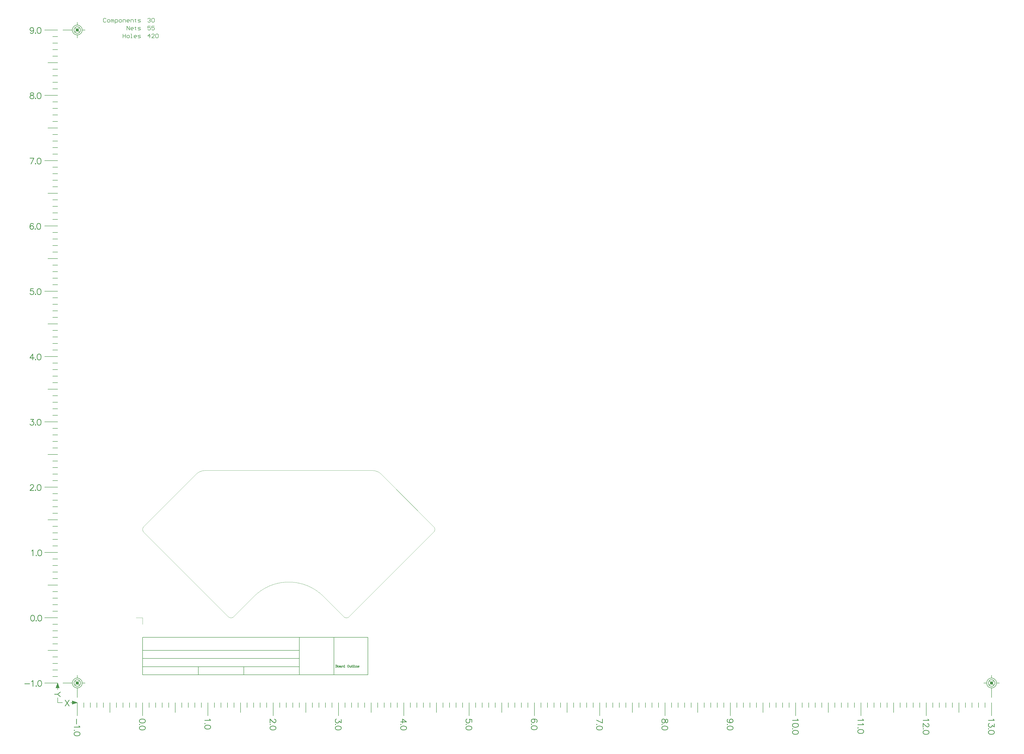
<source format=gm1>
G04 This is an RS-274x file exported by *
G04 gerbv version 2.6A *
G04 More information is available about gerbv at *
G04 http://gerbv.geda-project.org/ *
G04 --End of header info--*
%MOIN*%
%FSLAX34Y34*%
%IPPOS*%
G04 --Define apertures--*
%ADD10C,0.0050*%
%ADD11C,0.0070*%
%ADD12C,0.0090*%
%ADD13C,0.0080*%
%ADD14C,0.0010*%
%ADD15C,0.0100*%
%ADD16C,0.0300*%
G04 --Start main section--*
G54D10*
G01X0029600Y-007250D02*
G01X0029600Y-007600D01*
G01X0029617Y-007250D02*
G01X0029617Y-007600D01*
G01X0029550Y-007250D02*
G01X0029750Y-007250D01*
G01X0029750Y-007250D02*
G01X0029800Y-007267D01*
G01X0029800Y-007267D02*
G01X0029817Y-007283D01*
G01X0029817Y-007283D02*
G01X0029833Y-007317D01*
G01X0029833Y-007317D02*
G01X0029833Y-007350D01*
G01X0029833Y-007350D02*
G01X0029817Y-007383D01*
G01X0029817Y-007383D02*
G01X0029800Y-007400D01*
G01X0029800Y-007400D02*
G01X0029750Y-007417D01*
G01X0029750Y-007250D02*
G01X0029783Y-007267D01*
G01X0029783Y-007267D02*
G01X0029800Y-007283D01*
G01X0029800Y-007283D02*
G01X0029817Y-007317D01*
G01X0029817Y-007317D02*
G01X0029817Y-007350D01*
G01X0029817Y-007350D02*
G01X0029800Y-007383D01*
G01X0029800Y-007383D02*
G01X0029783Y-007400D01*
G01X0029783Y-007400D02*
G01X0029750Y-007417D01*
G01X0029617Y-007417D02*
G01X0029750Y-007417D01*
G01X0029750Y-007417D02*
G01X0029800Y-007433D01*
G01X0029800Y-007433D02*
G01X0029817Y-007450D01*
G01X0029817Y-007450D02*
G01X0029833Y-007483D01*
G01X0029833Y-007483D02*
G01X0029833Y-007533D01*
G01X0029833Y-007533D02*
G01X0029817Y-007567D01*
G01X0029817Y-007567D02*
G01X0029800Y-007583D01*
G01X0029800Y-007583D02*
G01X0029750Y-007600D01*
G01X0029750Y-007600D02*
G01X0029550Y-007600D01*
G01X0029750Y-007417D02*
G01X0029783Y-007433D01*
G01X0029783Y-007433D02*
G01X0029800Y-007450D01*
G01X0029800Y-007450D02*
G01X0029817Y-007483D01*
G01X0029817Y-007483D02*
G01X0029817Y-007533D01*
G01X0029817Y-007533D02*
G01X0029800Y-007567D01*
G01X0029800Y-007567D02*
G01X0029783Y-007583D01*
G01X0029783Y-007583D02*
G01X0029750Y-007600D01*
G01X0029980Y-007367D02*
G01X0029930Y-007383D01*
G01X0029930Y-007383D02*
G01X0029897Y-007417D01*
G01X0029897Y-007417D02*
G01X0029880Y-007467D01*
G01X0029880Y-007467D02*
G01X0029880Y-007500D01*
G01X0029880Y-007500D02*
G01X0029897Y-007550D01*
G01X0029897Y-007550D02*
G01X0029930Y-007583D01*
G01X0029930Y-007583D02*
G01X0029980Y-007600D01*
G01X0029980Y-007600D02*
G01X0030013Y-007600D01*
G01X0030013Y-007600D02*
G01X0030063Y-007583D01*
G01X0030063Y-007583D02*
G01X0030097Y-007550D01*
G01X0030097Y-007550D02*
G01X0030113Y-007500D01*
G01X0030113Y-007500D02*
G01X0030113Y-007467D01*
G01X0030113Y-007467D02*
G01X0030097Y-007417D01*
G01X0030097Y-007417D02*
G01X0030063Y-007383D01*
G01X0030063Y-007383D02*
G01X0030013Y-007367D01*
G01X0030013Y-007367D02*
G01X0029980Y-007367D01*
G01X0029980Y-007367D02*
G01X0029947Y-007383D01*
G01X0029947Y-007383D02*
G01X0029913Y-007417D01*
G01X0029913Y-007417D02*
G01X0029897Y-007467D01*
G01X0029897Y-007467D02*
G01X0029897Y-007500D01*
G01X0029897Y-007500D02*
G01X0029913Y-007550D01*
G01X0029913Y-007550D02*
G01X0029947Y-007583D01*
G01X0029947Y-007583D02*
G01X0029980Y-007600D01*
G01X0030013Y-007600D02*
G01X0030047Y-007583D01*
G01X0030047Y-007583D02*
G01X0030080Y-007550D01*
G01X0030080Y-007550D02*
G01X0030097Y-007500D01*
G01X0030097Y-007500D02*
G01X0030097Y-007467D01*
G01X0030097Y-007467D02*
G01X0030080Y-007417D01*
G01X0030080Y-007417D02*
G01X0030047Y-007383D01*
G01X0030047Y-007383D02*
G01X0030013Y-007367D01*
G01X0030198Y-007400D02*
G01X0030198Y-007417D01*
G01X0030198Y-007417D02*
G01X0030182Y-007417D01*
G01X0030182Y-007417D02*
G01X0030182Y-007400D01*
G01X0030182Y-007400D02*
G01X0030198Y-007383D01*
G01X0030198Y-007383D02*
G01X0030232Y-007367D01*
G01X0030232Y-007367D02*
G01X0030298Y-007367D01*
G01X0030298Y-007367D02*
G01X0030331Y-007383D01*
G01X0030331Y-007383D02*
G01X0030348Y-007400D01*
G01X0030348Y-007400D02*
G01X0030365Y-007433D01*
G01X0030365Y-007433D02*
G01X0030365Y-007550D01*
G01X0030365Y-007550D02*
G01X0030381Y-007583D01*
G01X0030381Y-007583D02*
G01X0030398Y-007600D01*
G01X0030348Y-007400D02*
G01X0030348Y-007550D01*
G01X0030348Y-007550D02*
G01X0030365Y-007583D01*
G01X0030365Y-007583D02*
G01X0030398Y-007600D01*
G01X0030398Y-007600D02*
G01X0030415Y-007600D01*
G01X0030348Y-007433D02*
G01X0030331Y-007450D01*
G01X0030331Y-007450D02*
G01X0030232Y-007467D01*
G01X0030232Y-007467D02*
G01X0030182Y-007483D01*
G01X0030182Y-007483D02*
G01X0030165Y-007517D01*
G01X0030165Y-007517D02*
G01X0030165Y-007550D01*
G01X0030165Y-007550D02*
G01X0030182Y-007583D01*
G01X0030182Y-007583D02*
G01X0030232Y-007600D01*
G01X0030232Y-007600D02*
G01X0030282Y-007600D01*
G01X0030282Y-007600D02*
G01X0030315Y-007583D01*
G01X0030315Y-007583D02*
G01X0030348Y-007550D01*
G01X0030232Y-007467D02*
G01X0030198Y-007483D01*
G01X0030198Y-007483D02*
G01X0030182Y-007517D01*
G01X0030182Y-007517D02*
G01X0030182Y-007550D01*
G01X0030182Y-007550D02*
G01X0030198Y-007583D01*
G01X0030198Y-007583D02*
G01X0030232Y-007600D01*
G01X0030515Y-007367D02*
G01X0030515Y-007600D01*
G01X0030531Y-007367D02*
G01X0030531Y-007600D01*
G01X0030531Y-007467D02*
G01X0030548Y-007417D01*
G01X0030548Y-007417D02*
G01X0030581Y-007383D01*
G01X0030581Y-007383D02*
G01X0030615Y-007367D01*
G01X0030615Y-007367D02*
G01X0030665Y-007367D01*
G01X0030665Y-007367D02*
G01X0030681Y-007383D01*
G01X0030681Y-007383D02*
G01X0030681Y-007400D01*
G01X0030681Y-007400D02*
G01X0030665Y-007417D01*
G01X0030665Y-007417D02*
G01X0030648Y-007400D01*
G01X0030648Y-007400D02*
G01X0030665Y-007383D01*
G01X0030465Y-007367D02*
G01X0030531Y-007367D01*
G01X0030465Y-007600D02*
G01X0030581Y-007600D01*
G01X0030935Y-007250D02*
G01X0030935Y-007600D01*
G01X0030951Y-007250D02*
G01X0030951Y-007600D01*
G01X0030935Y-007417D02*
G01X0030901Y-007383D01*
G01X0030901Y-007383D02*
G01X0030868Y-007367D01*
G01X0030868Y-007367D02*
G01X0030835Y-007367D01*
G01X0030835Y-007367D02*
G01X0030785Y-007383D01*
G01X0030785Y-007383D02*
G01X0030751Y-007417D01*
G01X0030751Y-007417D02*
G01X0030735Y-007467D01*
G01X0030735Y-007467D02*
G01X0030735Y-007500D01*
G01X0030735Y-007500D02*
G01X0030751Y-007550D01*
G01X0030751Y-007550D02*
G01X0030785Y-007583D01*
G01X0030785Y-007583D02*
G01X0030835Y-007600D01*
G01X0030835Y-007600D02*
G01X0030868Y-007600D01*
G01X0030868Y-007600D02*
G01X0030901Y-007583D01*
G01X0030901Y-007583D02*
G01X0030935Y-007550D01*
G01X0030835Y-007367D02*
G01X0030801Y-007383D01*
G01X0030801Y-007383D02*
G01X0030768Y-007417D01*
G01X0030768Y-007417D02*
G01X0030751Y-007467D01*
G01X0030751Y-007467D02*
G01X0030751Y-007500D01*
G01X0030751Y-007500D02*
G01X0030768Y-007550D01*
G01X0030768Y-007550D02*
G01X0030801Y-007583D01*
G01X0030801Y-007583D02*
G01X0030835Y-007600D01*
G01X0030885Y-007250D02*
G01X0030951Y-007250D01*
G01X0030935Y-007600D02*
G01X0031001Y-007600D01*
G01X0031481Y-007250D02*
G01X0031431Y-007267D01*
G01X0031431Y-007267D02*
G01X0031398Y-007300D01*
G01X0031398Y-007300D02*
G01X0031381Y-007333D01*
G01X0031381Y-007333D02*
G01X0031365Y-007400D01*
G01X0031365Y-007400D02*
G01X0031365Y-007450D01*
G01X0031365Y-007450D02*
G01X0031381Y-007517D01*
G01X0031381Y-007517D02*
G01X0031398Y-007550D01*
G01X0031398Y-007550D02*
G01X0031431Y-007583D01*
G01X0031431Y-007583D02*
G01X0031481Y-007600D01*
G01X0031481Y-007600D02*
G01X0031515Y-007600D01*
G01X0031515Y-007600D02*
G01X0031565Y-007583D01*
G01X0031565Y-007583D02*
G01X0031598Y-007550D01*
G01X0031598Y-007550D02*
G01X0031615Y-007517D01*
G01X0031615Y-007517D02*
G01X0031631Y-007450D01*
G01X0031631Y-007450D02*
G01X0031631Y-007400D01*
G01X0031631Y-007400D02*
G01X0031615Y-007333D01*
G01X0031615Y-007333D02*
G01X0031598Y-007300D01*
G01X0031598Y-007300D02*
G01X0031565Y-007267D01*
G01X0031565Y-007267D02*
G01X0031515Y-007250D01*
G01X0031515Y-007250D02*
G01X0031481Y-007250D01*
G01X0031481Y-007250D02*
G01X0031448Y-007267D01*
G01X0031448Y-007267D02*
G01X0031415Y-007300D01*
G01X0031415Y-007300D02*
G01X0031398Y-007333D01*
G01X0031398Y-007333D02*
G01X0031381Y-007400D01*
G01X0031381Y-007400D02*
G01X0031381Y-007450D01*
G01X0031381Y-007450D02*
G01X0031398Y-007517D01*
G01X0031398Y-007517D02*
G01X0031415Y-007550D01*
G01X0031415Y-007550D02*
G01X0031448Y-007583D01*
G01X0031448Y-007583D02*
G01X0031481Y-007600D01*
G01X0031515Y-007600D02*
G01X0031548Y-007583D01*
G01X0031548Y-007583D02*
G01X0031581Y-007550D01*
G01X0031581Y-007550D02*
G01X0031598Y-007517D01*
G01X0031598Y-007517D02*
G01X0031615Y-007450D01*
G01X0031615Y-007450D02*
G01X0031615Y-007400D01*
G01X0031615Y-007400D02*
G01X0031598Y-007333D01*
G01X0031598Y-007333D02*
G01X0031581Y-007300D01*
G01X0031581Y-007300D02*
G01X0031548Y-007267D01*
G01X0031548Y-007267D02*
G01X0031515Y-007250D01*
G01X0031730Y-007367D02*
G01X0031730Y-007550D01*
G01X0031730Y-007550D02*
G01X0031746Y-007583D01*
G01X0031746Y-007583D02*
G01X0031796Y-007600D01*
G01X0031796Y-007600D02*
G01X0031830Y-007600D01*
G01X0031830Y-007600D02*
G01X0031879Y-007583D01*
G01X0031879Y-007583D02*
G01X0031913Y-007550D01*
G01X0031746Y-007367D02*
G01X0031746Y-007550D01*
G01X0031746Y-007550D02*
G01X0031763Y-007583D01*
G01X0031763Y-007583D02*
G01X0031796Y-007600D01*
G01X0031913Y-007367D02*
G01X0031913Y-007600D01*
G01X0031929Y-007367D02*
G01X0031929Y-007600D01*
G01X0031680Y-007367D02*
G01X0031746Y-007367D01*
G01X0031863Y-007367D02*
G01X0031929Y-007367D01*
G01X0031913Y-007600D02*
G01X0031979Y-007600D01*
G01X0032124Y-007600D02*
G01X0032108Y-007583D01*
G01X0032108Y-007583D02*
G01X0032091Y-007533D01*
G01X0032091Y-007533D02*
G01X0032091Y-007250D01*
G01X0032091Y-007250D02*
G01X0032074Y-007250D01*
G01X0032074Y-007250D02*
G01X0032074Y-007533D01*
G01X0032074Y-007533D02*
G01X0032091Y-007583D01*
G01X0032091Y-007583D02*
G01X0032124Y-007600D01*
G01X0032124Y-007600D02*
G01X0032158Y-007600D01*
G01X0032158Y-007600D02*
G01X0032191Y-007583D01*
G01X0032191Y-007583D02*
G01X0032208Y-007550D01*
G01X0032024Y-007367D02*
G01X0032158Y-007367D01*
G01X0032314Y-007250D02*
G01X0032314Y-007600D01*
G01X0032331Y-007250D02*
G01X0032331Y-007600D01*
G01X0032264Y-007250D02*
G01X0032331Y-007250D01*
G01X0032264Y-007600D02*
G01X0032381Y-007600D01*
G01X0032494Y-007250D02*
G01X0032478Y-007267D01*
G01X0032478Y-007267D02*
G01X0032494Y-007283D01*
G01X0032494Y-007283D02*
G01X0032511Y-007267D01*
G01X0032511Y-007267D02*
G01X0032494Y-007250D01*
G01X0032494Y-007367D02*
G01X0032494Y-007600D01*
G01X0032511Y-007367D02*
G01X0032511Y-007600D01*
G01X0032444Y-007367D02*
G01X0032511Y-007367D01*
G01X0032444Y-007600D02*
G01X0032561Y-007600D01*
G01X0032674Y-007367D02*
G01X0032674Y-007600D01*
G01X0032691Y-007367D02*
G01X0032691Y-007600D01*
G01X0032691Y-007417D02*
G01X0032724Y-007383D01*
G01X0032724Y-007383D02*
G01X0032774Y-007367D01*
G01X0032774Y-007367D02*
G01X0032808Y-007367D01*
G01X0032808Y-007367D02*
G01X0032858Y-007383D01*
G01X0032858Y-007383D02*
G01X0032874Y-007417D01*
G01X0032874Y-007417D02*
G01X0032874Y-007600D01*
G01X0032808Y-007367D02*
G01X0032841Y-007383D01*
G01X0032841Y-007383D02*
G01X0032858Y-007417D01*
G01X0032858Y-007417D02*
G01X0032858Y-007600D01*
G01X0032624Y-007367D02*
G01X0032691Y-007367D01*
G01X0032624Y-007600D02*
G01X0032741Y-007600D01*
G01X0032808Y-007600D02*
G01X0032924Y-007600D01*
G01X0032986Y-007467D02*
G01X0033186Y-007467D01*
G01X0033186Y-007467D02*
G01X0033186Y-007433D01*
G01X0033186Y-007433D02*
G01X0033169Y-007400D01*
G01X0033169Y-007400D02*
G01X0033153Y-007383D01*
G01X0033153Y-007383D02*
G01X0033119Y-007367D01*
G01X0033119Y-007367D02*
G01X0033069Y-007367D01*
G01X0033069Y-007367D02*
G01X0033019Y-007383D01*
G01X0033019Y-007383D02*
G01X0032986Y-007417D01*
G01X0032986Y-007417D02*
G01X0032969Y-007467D01*
G01X0032969Y-007467D02*
G01X0032969Y-007500D01*
G01X0032969Y-007500D02*
G01X0032986Y-007550D01*
G01X0032986Y-007550D02*
G01X0033019Y-007583D01*
G01X0033019Y-007583D02*
G01X0033069Y-007600D01*
G01X0033069Y-007600D02*
G01X0033103Y-007600D01*
G01X0033103Y-007600D02*
G01X0033153Y-007583D01*
G01X0033153Y-007583D02*
G01X0033186Y-007550D01*
G01X0033169Y-007467D02*
G01X0033169Y-007417D01*
G01X0033169Y-007417D02*
G01X0033153Y-007383D01*
G01X0033069Y-007367D02*
G01X0033036Y-007383D01*
G01X0033036Y-007383D02*
G01X0033003Y-007417D01*
G01X0033003Y-007417D02*
G01X0032986Y-007467D01*
G01X0032986Y-007467D02*
G01X0032986Y-007500D01*
G01X0032986Y-007500D02*
G01X0033003Y-007550D01*
G01X0033003Y-007550D02*
G01X0033036Y-007583D01*
G01X0033036Y-007583D02*
G01X0033069Y-007600D01*
G01X0000000Y-003000D02*
G01X0034500Y-003000D01*
G01X0015500Y-008750D02*
G01X0015500Y-007500D01*
G01X0008550Y-008750D02*
G01X0008550Y-007500D01*
G01X0034500Y-008750D02*
G01X0034500Y-003000D01*
G01X0029300Y-008750D02*
G01X0029300Y-003000D01*
G01X0000000Y-008750D02*
G01X0000000Y-003000D01*
G01X0000000Y-008750D02*
G01X0034500Y-008750D01*
G01X0007000Y-005000D02*
G01X0024000Y-005000D01*
G01X0000000Y-007500D02*
G01X0024000Y-007500D01*
G01X0024000Y-008750D02*
G01X0024000Y-003000D01*
G01X0000000Y-006250D02*
G01X0024000Y-006250D01*
G01X0000000Y-005000D02*
G01X0007000Y-005000D01*
G54D12*
G01X-010114Y-015500D02*
G01X-010114Y-016271D01*
G01X-009772Y-016537D02*
G01X-009729Y-016623D01*
G01X-009729Y-016623D02*
G01X-009600Y-016751D01*
G01X-009600Y-016751D02*
G01X-010500Y-016751D01*
G01X-010414Y-017240D02*
G01X-010457Y-017197D01*
G01X-010457Y-017197D02*
G01X-010500Y-017240D01*
G01X-010500Y-017240D02*
G01X-010457Y-017282D01*
G01X-010457Y-017282D02*
G01X-010414Y-017240D01*
G01X-009600Y-017737D02*
G01X-009643Y-017608D01*
G01X-009643Y-017608D02*
G01X-009772Y-017522D01*
G01X-009772Y-017522D02*
G01X-009986Y-017480D01*
G01X-009986Y-017480D02*
G01X-010114Y-017480D01*
G01X-010114Y-017480D02*
G01X-010329Y-017522D01*
G01X-010329Y-017522D02*
G01X-010457Y-017608D01*
G01X-010457Y-017608D02*
G01X-010500Y-017737D01*
G01X-010500Y-017737D02*
G01X-010500Y-017822D01*
G01X-010500Y-017822D02*
G01X-010457Y-017951D01*
G01X-010457Y-017951D02*
G01X-010329Y-018037D01*
G01X-010329Y-018037D02*
G01X-010114Y-018079D01*
G01X-010114Y-018079D02*
G01X-009986Y-018079D01*
G01X-009986Y-018079D02*
G01X-009772Y-018037D01*
G01X-009772Y-018037D02*
G01X-009643Y-017951D01*
G01X-009643Y-017951D02*
G01X-009600Y-017822D01*
G01X-009600Y-017822D02*
G01X-009600Y-017737D01*
G01X-018050Y-010113D02*
G01X-017279Y-010113D01*
G01X-017013Y-009770D02*
G01X-016927Y-009727D01*
G01X-016927Y-009727D02*
G01X-016799Y-009599D01*
G01X-016799Y-009599D02*
G01X-016799Y-010498D01*
G01X-016310Y-010413D02*
G01X-016353Y-010456D01*
G01X-016353Y-010456D02*
G01X-016310Y-010498D01*
G01X-016310Y-010498D02*
G01X-016268Y-010456D01*
G01X-016268Y-010456D02*
G01X-016310Y-010413D01*
G01X-015813Y-009599D02*
G01X-015942Y-009641D01*
G01X-015942Y-009641D02*
G01X-016028Y-009770D01*
G01X-016028Y-009770D02*
G01X-016070Y-009984D01*
G01X-016070Y-009984D02*
G01X-016070Y-010113D01*
G01X-016070Y-010113D02*
G01X-016028Y-010327D01*
G01X-016028Y-010327D02*
G01X-015942Y-010456D01*
G01X-015942Y-010456D02*
G01X-015813Y-010498D01*
G01X-015813Y-010498D02*
G01X-015728Y-010498D01*
G01X-015728Y-010498D02*
G01X-015599Y-010456D01*
G01X-015599Y-010456D02*
G01X-015513Y-010327D01*
G01X-015513Y-010327D02*
G01X-015471Y-010113D01*
G01X-015471Y-010113D02*
G01X-015471Y-009984D01*
G01X-015471Y-009984D02*
G01X-015513Y-009770D01*
G01X-015513Y-009770D02*
G01X-015599Y-009641D01*
G01X-015599Y-009641D02*
G01X-015728Y-009599D01*
G01X-015728Y-009599D02*
G01X-015813Y-009599D01*
G01X-016893Y0000401D02*
G01X-017021Y0000359D01*
G01X-017021Y0000359D02*
G01X-017107Y0000230D01*
G01X-017107Y0000230D02*
G01X-017150Y0000016D01*
G01X-017150Y0000016D02*
G01X-017150Y-000113D01*
G01X-017150Y-000113D02*
G01X-017107Y-000327D01*
G01X-017107Y-000327D02*
G01X-017021Y-000456D01*
G01X-017021Y-000456D02*
G01X-016893Y-000498D01*
G01X-016893Y-000498D02*
G01X-016807Y-000498D01*
G01X-016807Y-000498D02*
G01X-016679Y-000456D01*
G01X-016679Y-000456D02*
G01X-016593Y-000327D01*
G01X-016593Y-000327D02*
G01X-016550Y-000113D01*
G01X-016550Y-000113D02*
G01X-016550Y0000016D01*
G01X-016550Y0000016D02*
G01X-016593Y0000230D01*
G01X-016593Y0000230D02*
G01X-016679Y0000359D01*
G01X-016679Y0000359D02*
G01X-016807Y0000401D01*
G01X-016807Y0000401D02*
G01X-016893Y0000401D01*
G01X-016306Y-000413D02*
G01X-016349Y-000456D01*
G01X-016349Y-000456D02*
G01X-016306Y-000498D01*
G01X-016306Y-000498D02*
G01X-016263Y-000456D01*
G01X-016263Y-000456D02*
G01X-016306Y-000413D01*
G01X-015809Y0000401D02*
G01X-015937Y0000359D01*
G01X-015937Y0000359D02*
G01X-016023Y0000230D01*
G01X-016023Y0000230D02*
G01X-016066Y0000016D01*
G01X-016066Y0000016D02*
G01X-016066Y-000113D01*
G01X-016066Y-000113D02*
G01X-016023Y-000327D01*
G01X-016023Y-000327D02*
G01X-015937Y-000456D01*
G01X-015937Y-000456D02*
G01X-015809Y-000498D01*
G01X-015809Y-000498D02*
G01X-015723Y-000498D01*
G01X-015723Y-000498D02*
G01X-015595Y-000456D01*
G01X-015595Y-000456D02*
G01X-015509Y-000327D01*
G01X-015509Y-000327D02*
G01X-015466Y-000113D01*
G01X-015466Y-000113D02*
G01X-015466Y0000016D01*
G01X-015466Y0000016D02*
G01X-015509Y0000230D01*
G01X-015509Y0000230D02*
G01X-015595Y0000359D01*
G01X-015595Y0000359D02*
G01X-015723Y0000401D01*
G01X-015723Y0000401D02*
G01X-015809Y0000401D01*
G01X0000400Y-015757D02*
G01X0000357Y-015629D01*
G01X0000357Y-015629D02*
G01X0000228Y-015543D01*
G01X0000228Y-015543D02*
G01X0000014Y-015500D01*
G01X0000014Y-015500D02*
G01X-000114Y-015500D01*
G01X-000114Y-015500D02*
G01X-000329Y-015543D01*
G01X-000329Y-015543D02*
G01X-000457Y-015629D01*
G01X-000457Y-015629D02*
G01X-000500Y-015757D01*
G01X-000500Y-015757D02*
G01X-000500Y-015843D01*
G01X-000500Y-015843D02*
G01X-000457Y-015971D01*
G01X-000457Y-015971D02*
G01X-000329Y-016057D01*
G01X-000329Y-016057D02*
G01X-000114Y-016100D01*
G01X-000114Y-016100D02*
G01X0000014Y-016100D01*
G01X0000014Y-016100D02*
G01X0000228Y-016057D01*
G01X0000228Y-016057D02*
G01X0000357Y-015971D01*
G01X0000357Y-015971D02*
G01X0000400Y-015843D01*
G01X0000400Y-015843D02*
G01X0000400Y-015757D01*
G01X-000414Y-016344D02*
G01X-000457Y-016301D01*
G01X-000457Y-016301D02*
G01X-000500Y-016344D01*
G01X-000500Y-016344D02*
G01X-000457Y-016387D01*
G01X-000457Y-016387D02*
G01X-000414Y-016344D01*
G01X0000400Y-016841D02*
G01X0000357Y-016713D01*
G01X0000357Y-016713D02*
G01X0000228Y-016627D01*
G01X0000228Y-016627D02*
G01X0000014Y-016584D01*
G01X0000014Y-016584D02*
G01X-000114Y-016584D01*
G01X-000114Y-016584D02*
G01X-000329Y-016627D01*
G01X-000329Y-016627D02*
G01X-000457Y-016713D01*
G01X-000457Y-016713D02*
G01X-000500Y-016841D01*
G01X-000500Y-016841D02*
G01X-000500Y-016927D01*
G01X-000500Y-016927D02*
G01X-000457Y-017055D01*
G01X-000457Y-017055D02*
G01X-000329Y-017141D01*
G01X-000329Y-017141D02*
G01X-000114Y-017184D01*
G01X-000114Y-017184D02*
G01X0000014Y-017184D01*
G01X0000014Y-017184D02*
G01X0000228Y-017141D01*
G01X0000228Y-017141D02*
G01X0000357Y-017055D01*
G01X0000357Y-017055D02*
G01X0000400Y-016927D01*
G01X0000400Y-016927D02*
G01X0000400Y-016841D01*
G01X0130228Y-015500D02*
G01X0130271Y-015586D01*
G01X0130271Y-015586D02*
G01X0130400Y-015714D01*
G01X0130400Y-015714D02*
G01X0129500Y-015714D01*
G01X0130400Y-016246D02*
G01X0130400Y-016717D01*
G01X0130400Y-016717D02*
G01X0130057Y-016460D01*
G01X0130057Y-016460D02*
G01X0130057Y-016588D01*
G01X0130057Y-016588D02*
G01X0130014Y-016674D01*
G01X0130014Y-016674D02*
G01X0129971Y-016717D01*
G01X0129971Y-016717D02*
G01X0129843Y-016760D01*
G01X0129843Y-016760D02*
G01X0129757Y-016760D01*
G01X0129757Y-016760D02*
G01X0129629Y-016717D01*
G01X0129629Y-016717D02*
G01X0129543Y-016631D01*
G01X0129543Y-016631D02*
G01X0129500Y-016503D01*
G01X0129500Y-016503D02*
G01X0129500Y-016374D01*
G01X0129500Y-016374D02*
G01X0129543Y-016246D01*
G01X0129543Y-016246D02*
G01X0129586Y-016203D01*
G01X0129586Y-016203D02*
G01X0129671Y-016160D01*
G01X0129586Y-017004D02*
G01X0129543Y-016961D01*
G01X0129543Y-016961D02*
G01X0129500Y-017004D01*
G01X0129500Y-017004D02*
G01X0129543Y-017047D01*
G01X0129543Y-017047D02*
G01X0129586Y-017004D01*
G01X0130400Y-017501D02*
G01X0130357Y-017372D01*
G01X0130357Y-017372D02*
G01X0130228Y-017287D01*
G01X0130228Y-017287D02*
G01X0130014Y-017244D01*
G01X0130014Y-017244D02*
G01X0129886Y-017244D01*
G01X0129886Y-017244D02*
G01X0129671Y-017287D01*
G01X0129671Y-017287D02*
G01X0129543Y-017372D01*
G01X0129543Y-017372D02*
G01X0129500Y-017501D01*
G01X0129500Y-017501D02*
G01X0129500Y-017587D01*
G01X0129500Y-017587D02*
G01X0129543Y-017715D01*
G01X0129543Y-017715D02*
G01X0129671Y-017801D01*
G01X0129671Y-017801D02*
G01X0129886Y-017844D01*
G01X0129886Y-017844D02*
G01X0130014Y-017844D01*
G01X0130014Y-017844D02*
G01X0130228Y-017801D01*
G01X0130228Y-017801D02*
G01X0130357Y-017715D01*
G01X0130357Y-017715D02*
G01X0130400Y-017587D01*
G01X0130400Y-017587D02*
G01X0130400Y-017501D01*
G01X0120228Y-015500D02*
G01X0120271Y-015586D01*
G01X0120271Y-015586D02*
G01X0120400Y-015714D01*
G01X0120400Y-015714D02*
G01X0119500Y-015714D01*
G01X0120186Y-016203D02*
G01X0120228Y-016203D01*
G01X0120228Y-016203D02*
G01X0120314Y-016246D01*
G01X0120314Y-016246D02*
G01X0120357Y-016288D01*
G01X0120357Y-016288D02*
G01X0120400Y-016374D01*
G01X0120400Y-016374D02*
G01X0120400Y-016545D01*
G01X0120400Y-016545D02*
G01X0120357Y-016631D01*
G01X0120357Y-016631D02*
G01X0120314Y-016674D01*
G01X0120314Y-016674D02*
G01X0120228Y-016717D01*
G01X0120228Y-016717D02*
G01X0120143Y-016717D01*
G01X0120143Y-016717D02*
G01X0120057Y-016674D01*
G01X0120057Y-016674D02*
G01X0119928Y-016588D01*
G01X0119928Y-016588D02*
G01X0119500Y-016160D01*
G01X0119500Y-016160D02*
G01X0119500Y-016760D01*
G01X0119586Y-017004D02*
G01X0119543Y-016961D01*
G01X0119543Y-016961D02*
G01X0119500Y-017004D01*
G01X0119500Y-017004D02*
G01X0119543Y-017047D01*
G01X0119543Y-017047D02*
G01X0119586Y-017004D01*
G01X0120400Y-017501D02*
G01X0120357Y-017372D01*
G01X0120357Y-017372D02*
G01X0120228Y-017287D01*
G01X0120228Y-017287D02*
G01X0120014Y-017244D01*
G01X0120014Y-017244D02*
G01X0119886Y-017244D01*
G01X0119886Y-017244D02*
G01X0119671Y-017287D01*
G01X0119671Y-017287D02*
G01X0119543Y-017372D01*
G01X0119543Y-017372D02*
G01X0119500Y-017501D01*
G01X0119500Y-017501D02*
G01X0119500Y-017587D01*
G01X0119500Y-017587D02*
G01X0119543Y-017715D01*
G01X0119543Y-017715D02*
G01X0119671Y-017801D01*
G01X0119671Y-017801D02*
G01X0119886Y-017844D01*
G01X0119886Y-017844D02*
G01X0120014Y-017844D01*
G01X0120014Y-017844D02*
G01X0120228Y-017801D01*
G01X0120228Y-017801D02*
G01X0120357Y-017715D01*
G01X0120357Y-017715D02*
G01X0120400Y-017587D01*
G01X0120400Y-017587D02*
G01X0120400Y-017501D01*
G01X0110228Y-015500D02*
G01X0110271Y-015586D01*
G01X0110271Y-015586D02*
G01X0110400Y-015714D01*
G01X0110400Y-015714D02*
G01X0109500Y-015714D01*
G01X0110228Y-016160D02*
G01X0110271Y-016246D01*
G01X0110271Y-016246D02*
G01X0110400Y-016374D01*
G01X0110400Y-016374D02*
G01X0109500Y-016374D01*
G01X0109586Y-016863D02*
G01X0109543Y-016820D01*
G01X0109543Y-016820D02*
G01X0109500Y-016863D01*
G01X0109500Y-016863D02*
G01X0109543Y-016905D01*
G01X0109543Y-016905D02*
G01X0109586Y-016863D01*
G01X0110400Y-017360D02*
G01X0110357Y-017231D01*
G01X0110357Y-017231D02*
G01X0110228Y-017145D01*
G01X0110228Y-017145D02*
G01X0110014Y-017103D01*
G01X0110014Y-017103D02*
G01X0109886Y-017103D01*
G01X0109886Y-017103D02*
G01X0109671Y-017145D01*
G01X0109671Y-017145D02*
G01X0109543Y-017231D01*
G01X0109543Y-017231D02*
G01X0109500Y-017360D01*
G01X0109500Y-017360D02*
G01X0109500Y-017445D01*
G01X0109500Y-017445D02*
G01X0109543Y-017574D01*
G01X0109543Y-017574D02*
G01X0109671Y-017660D01*
G01X0109671Y-017660D02*
G01X0109886Y-017702D01*
G01X0109886Y-017702D02*
G01X0110014Y-017702D01*
G01X0110014Y-017702D02*
G01X0110228Y-017660D01*
G01X0110228Y-017660D02*
G01X0110357Y-017574D01*
G01X0110357Y-017574D02*
G01X0110400Y-017445D01*
G01X0110400Y-017445D02*
G01X0110400Y-017360D01*
G01X0100228Y-015500D02*
G01X0100271Y-015586D01*
G01X0100271Y-015586D02*
G01X0100400Y-015714D01*
G01X0100400Y-015714D02*
G01X0099500Y-015714D01*
G01X0100400Y-016417D02*
G01X0100357Y-016288D01*
G01X0100357Y-016288D02*
G01X0100228Y-016203D01*
G01X0100228Y-016203D02*
G01X0100014Y-016160D01*
G01X0100014Y-016160D02*
G01X0099886Y-016160D01*
G01X0099886Y-016160D02*
G01X0099671Y-016203D01*
G01X0099671Y-016203D02*
G01X0099543Y-016288D01*
G01X0099543Y-016288D02*
G01X0099500Y-016417D01*
G01X0099500Y-016417D02*
G01X0099500Y-016503D01*
G01X0099500Y-016503D02*
G01X0099543Y-016631D01*
G01X0099543Y-016631D02*
G01X0099671Y-016717D01*
G01X0099671Y-016717D02*
G01X0099886Y-016760D01*
G01X0099886Y-016760D02*
G01X0100014Y-016760D01*
G01X0100014Y-016760D02*
G01X0100228Y-016717D01*
G01X0100228Y-016717D02*
G01X0100357Y-016631D01*
G01X0100357Y-016631D02*
G01X0100400Y-016503D01*
G01X0100400Y-016503D02*
G01X0100400Y-016417D01*
G01X0099586Y-017004D02*
G01X0099543Y-016961D01*
G01X0099543Y-016961D02*
G01X0099500Y-017004D01*
G01X0099500Y-017004D02*
G01X0099543Y-017047D01*
G01X0099543Y-017047D02*
G01X0099586Y-017004D01*
G01X0100400Y-017501D02*
G01X0100357Y-017372D01*
G01X0100357Y-017372D02*
G01X0100228Y-017287D01*
G01X0100228Y-017287D02*
G01X0100014Y-017244D01*
G01X0100014Y-017244D02*
G01X0099886Y-017244D01*
G01X0099886Y-017244D02*
G01X0099671Y-017287D01*
G01X0099671Y-017287D02*
G01X0099543Y-017372D01*
G01X0099543Y-017372D02*
G01X0099500Y-017501D01*
G01X0099500Y-017501D02*
G01X0099500Y-017587D01*
G01X0099500Y-017587D02*
G01X0099543Y-017715D01*
G01X0099543Y-017715D02*
G01X0099671Y-017801D01*
G01X0099671Y-017801D02*
G01X0099886Y-017844D01*
G01X0099886Y-017844D02*
G01X0100014Y-017844D01*
G01X0100014Y-017844D02*
G01X0100228Y-017801D01*
G01X0100228Y-017801D02*
G01X0100357Y-017715D01*
G01X0100357Y-017715D02*
G01X0100400Y-017587D01*
G01X0100400Y-017587D02*
G01X0100400Y-017501D01*
G01X-016693Y0090100D02*
G01X-016736Y0089971D01*
G01X-016736Y0089971D02*
G01X-016822Y0089886D01*
G01X-016822Y0089886D02*
G01X-016950Y0089843D01*
G01X-016950Y0089843D02*
G01X-016993Y0089843D01*
G01X-016993Y0089843D02*
G01X-017121Y0089886D01*
G01X-017121Y0089886D02*
G01X-017207Y0089971D01*
G01X-017207Y0089971D02*
G01X-017250Y0090100D01*
G01X-017250Y0090100D02*
G01X-017250Y0090143D01*
G01X-017250Y0090143D02*
G01X-017207Y0090271D01*
G01X-017207Y0090271D02*
G01X-017121Y0090357D01*
G01X-017121Y0090357D02*
G01X-016993Y0090400D01*
G01X-016993Y0090400D02*
G01X-016950Y0090400D01*
G01X-016950Y0090400D02*
G01X-016822Y0090357D01*
G01X-016822Y0090357D02*
G01X-016736Y0090271D01*
G01X-016736Y0090271D02*
G01X-016693Y0090100D01*
G01X-016693Y0090100D02*
G01X-016693Y0089886D01*
G01X-016693Y0089886D02*
G01X-016736Y0089671D01*
G01X-016736Y0089671D02*
G01X-016822Y0089543D01*
G01X-016822Y0089543D02*
G01X-016950Y0089500D01*
G01X-016950Y0089500D02*
G01X-017036Y0089500D01*
G01X-017036Y0089500D02*
G01X-017164Y0089543D01*
G01X-017164Y0089543D02*
G01X-017207Y0089629D01*
G01X-016406Y0089586D02*
G01X-016449Y0089543D01*
G01X-016449Y0089543D02*
G01X-016406Y0089500D01*
G01X-016406Y0089500D02*
G01X-016363Y0089543D01*
G01X-016363Y0089543D02*
G01X-016406Y0089586D01*
G01X-015909Y0090400D02*
G01X-016037Y0090357D01*
G01X-016037Y0090357D02*
G01X-016123Y0090228D01*
G01X-016123Y0090228D02*
G01X-016166Y0090014D01*
G01X-016166Y0090014D02*
G01X-016166Y0089886D01*
G01X-016166Y0089886D02*
G01X-016123Y0089671D01*
G01X-016123Y0089671D02*
G01X-016037Y0089543D01*
G01X-016037Y0089543D02*
G01X-015909Y0089500D01*
G01X-015909Y0089500D02*
G01X-015823Y0089500D01*
G01X-015823Y0089500D02*
G01X-015695Y0089543D01*
G01X-015695Y0089543D02*
G01X-015609Y0089671D01*
G01X-015609Y0089671D02*
G01X-015566Y0089886D01*
G01X-015566Y0089886D02*
G01X-015566Y0090014D01*
G01X-015566Y0090014D02*
G01X-015609Y0090228D01*
G01X-015609Y0090228D02*
G01X-015695Y0090357D01*
G01X-015695Y0090357D02*
G01X-015823Y0090400D01*
G01X-015823Y0090400D02*
G01X-015909Y0090400D01*
G01X-017036Y0080400D02*
G01X-017164Y0080357D01*
G01X-017164Y0080357D02*
G01X-017207Y0080271D01*
G01X-017207Y0080271D02*
G01X-017207Y0080186D01*
G01X-017207Y0080186D02*
G01X-017164Y0080100D01*
G01X-017164Y0080100D02*
G01X-017079Y0080057D01*
G01X-017079Y0080057D02*
G01X-016907Y0080014D01*
G01X-016907Y0080014D02*
G01X-016779Y0079971D01*
G01X-016779Y0079971D02*
G01X-016693Y0079886D01*
G01X-016693Y0079886D02*
G01X-016650Y0079800D01*
G01X-016650Y0079800D02*
G01X-016650Y0079671D01*
G01X-016650Y0079671D02*
G01X-016693Y0079586D01*
G01X-016693Y0079586D02*
G01X-016736Y0079543D01*
G01X-016736Y0079543D02*
G01X-016864Y0079500D01*
G01X-016864Y0079500D02*
G01X-017036Y0079500D01*
G01X-017036Y0079500D02*
G01X-017164Y0079543D01*
G01X-017164Y0079543D02*
G01X-017207Y0079586D01*
G01X-017207Y0079586D02*
G01X-017250Y0079671D01*
G01X-017250Y0079671D02*
G01X-017250Y0079800D01*
G01X-017250Y0079800D02*
G01X-017207Y0079886D01*
G01X-017207Y0079886D02*
G01X-017121Y0079971D01*
G01X-017121Y0079971D02*
G01X-016993Y0080014D01*
G01X-016993Y0080014D02*
G01X-016822Y0080057D01*
G01X-016822Y0080057D02*
G01X-016736Y0080100D01*
G01X-016736Y0080100D02*
G01X-016693Y0080186D01*
G01X-016693Y0080186D02*
G01X-016693Y0080271D01*
G01X-016693Y0080271D02*
G01X-016736Y0080357D01*
G01X-016736Y0080357D02*
G01X-016864Y0080400D01*
G01X-016864Y0080400D02*
G01X-017036Y0080400D01*
G01X-016406Y0079586D02*
G01X-016449Y0079543D01*
G01X-016449Y0079543D02*
G01X-016406Y0079500D01*
G01X-016406Y0079500D02*
G01X-016363Y0079543D01*
G01X-016363Y0079543D02*
G01X-016406Y0079586D01*
G01X-015909Y0080400D02*
G01X-016037Y0080357D01*
G01X-016037Y0080357D02*
G01X-016123Y0080228D01*
G01X-016123Y0080228D02*
G01X-016166Y0080014D01*
G01X-016166Y0080014D02*
G01X-016166Y0079886D01*
G01X-016166Y0079886D02*
G01X-016123Y0079671D01*
G01X-016123Y0079671D02*
G01X-016037Y0079543D01*
G01X-016037Y0079543D02*
G01X-015909Y0079500D01*
G01X-015909Y0079500D02*
G01X-015823Y0079500D01*
G01X-015823Y0079500D02*
G01X-015695Y0079543D01*
G01X-015695Y0079543D02*
G01X-015609Y0079671D01*
G01X-015609Y0079671D02*
G01X-015566Y0079886D01*
G01X-015566Y0079886D02*
G01X-015566Y0080014D01*
G01X-015566Y0080014D02*
G01X-015609Y0080228D01*
G01X-015609Y0080228D02*
G01X-015695Y0080357D01*
G01X-015695Y0080357D02*
G01X-015823Y0080400D01*
G01X-015823Y0080400D02*
G01X-015909Y0080400D01*
G01X-016650Y0070400D02*
G01X-017079Y0069500D01*
G01X-017250Y0070400D02*
G01X-016650Y0070400D01*
G01X-016406Y0069586D02*
G01X-016449Y0069543D01*
G01X-016449Y0069543D02*
G01X-016406Y0069500D01*
G01X-016406Y0069500D02*
G01X-016363Y0069543D01*
G01X-016363Y0069543D02*
G01X-016406Y0069586D01*
G01X-015909Y0070400D02*
G01X-016037Y0070357D01*
G01X-016037Y0070357D02*
G01X-016123Y0070228D01*
G01X-016123Y0070228D02*
G01X-016166Y0070014D01*
G01X-016166Y0070014D02*
G01X-016166Y0069886D01*
G01X-016166Y0069886D02*
G01X-016123Y0069671D01*
G01X-016123Y0069671D02*
G01X-016037Y0069543D01*
G01X-016037Y0069543D02*
G01X-015909Y0069500D01*
G01X-015909Y0069500D02*
G01X-015823Y0069500D01*
G01X-015823Y0069500D02*
G01X-015695Y0069543D01*
G01X-015695Y0069543D02*
G01X-015609Y0069671D01*
G01X-015609Y0069671D02*
G01X-015566Y0069886D01*
G01X-015566Y0069886D02*
G01X-015566Y0070014D01*
G01X-015566Y0070014D02*
G01X-015609Y0070228D01*
G01X-015609Y0070228D02*
G01X-015695Y0070357D01*
G01X-015695Y0070357D02*
G01X-015823Y0070400D01*
G01X-015823Y0070400D02*
G01X-015909Y0070400D01*
G01X0090100Y-016057D02*
G01X0089971Y-016014D01*
G01X0089971Y-016014D02*
G01X0089886Y-015928D01*
G01X0089886Y-015928D02*
G01X0089843Y-015800D01*
G01X0089843Y-015800D02*
G01X0089843Y-015757D01*
G01X0089843Y-015757D02*
G01X0089886Y-015629D01*
G01X0089886Y-015629D02*
G01X0089971Y-015543D01*
G01X0089971Y-015543D02*
G01X0090100Y-015500D01*
G01X0090100Y-015500D02*
G01X0090143Y-015500D01*
G01X0090143Y-015500D02*
G01X0090271Y-015543D01*
G01X0090271Y-015543D02*
G01X0090357Y-015629D01*
G01X0090357Y-015629D02*
G01X0090400Y-015757D01*
G01X0090400Y-015757D02*
G01X0090400Y-015800D01*
G01X0090400Y-015800D02*
G01X0090357Y-015928D01*
G01X0090357Y-015928D02*
G01X0090271Y-016014D01*
G01X0090271Y-016014D02*
G01X0090100Y-016057D01*
G01X0090100Y-016057D02*
G01X0089886Y-016057D01*
G01X0089886Y-016057D02*
G01X0089671Y-016014D01*
G01X0089671Y-016014D02*
G01X0089543Y-015928D01*
G01X0089543Y-015928D02*
G01X0089500Y-015800D01*
G01X0089500Y-015800D02*
G01X0089500Y-015714D01*
G01X0089500Y-015714D02*
G01X0089543Y-015586D01*
G01X0089543Y-015586D02*
G01X0089629Y-015543D01*
G01X0089586Y-016344D02*
G01X0089543Y-016301D01*
G01X0089543Y-016301D02*
G01X0089500Y-016344D01*
G01X0089500Y-016344D02*
G01X0089543Y-016387D01*
G01X0089543Y-016387D02*
G01X0089586Y-016344D01*
G01X0090400Y-016841D02*
G01X0090357Y-016713D01*
G01X0090357Y-016713D02*
G01X0090228Y-016627D01*
G01X0090228Y-016627D02*
G01X0090014Y-016584D01*
G01X0090014Y-016584D02*
G01X0089886Y-016584D01*
G01X0089886Y-016584D02*
G01X0089671Y-016627D01*
G01X0089671Y-016627D02*
G01X0089543Y-016713D01*
G01X0089543Y-016713D02*
G01X0089500Y-016841D01*
G01X0089500Y-016841D02*
G01X0089500Y-016927D01*
G01X0089500Y-016927D02*
G01X0089543Y-017055D01*
G01X0089543Y-017055D02*
G01X0089671Y-017141D01*
G01X0089671Y-017141D02*
G01X0089886Y-017184D01*
G01X0089886Y-017184D02*
G01X0090014Y-017184D01*
G01X0090014Y-017184D02*
G01X0090228Y-017141D01*
G01X0090228Y-017141D02*
G01X0090357Y-017055D01*
G01X0090357Y-017055D02*
G01X0090400Y-016927D01*
G01X0090400Y-016927D02*
G01X0090400Y-016841D01*
G01X0080400Y-015714D02*
G01X0080357Y-015586D01*
G01X0080357Y-015586D02*
G01X0080271Y-015543D01*
G01X0080271Y-015543D02*
G01X0080186Y-015543D01*
G01X0080186Y-015543D02*
G01X0080100Y-015586D01*
G01X0080100Y-015586D02*
G01X0080057Y-015671D01*
G01X0080057Y-015671D02*
G01X0080014Y-015843D01*
G01X0080014Y-015843D02*
G01X0079971Y-015971D01*
G01X0079971Y-015971D02*
G01X0079886Y-016057D01*
G01X0079886Y-016057D02*
G01X0079800Y-016100D01*
G01X0079800Y-016100D02*
G01X0079671Y-016100D01*
G01X0079671Y-016100D02*
G01X0079586Y-016057D01*
G01X0079586Y-016057D02*
G01X0079543Y-016014D01*
G01X0079543Y-016014D02*
G01X0079500Y-015886D01*
G01X0079500Y-015886D02*
G01X0079500Y-015714D01*
G01X0079500Y-015714D02*
G01X0079543Y-015586D01*
G01X0079543Y-015586D02*
G01X0079586Y-015543D01*
G01X0079586Y-015543D02*
G01X0079671Y-015500D01*
G01X0079671Y-015500D02*
G01X0079800Y-015500D01*
G01X0079800Y-015500D02*
G01X0079886Y-015543D01*
G01X0079886Y-015543D02*
G01X0079971Y-015629D01*
G01X0079971Y-015629D02*
G01X0080014Y-015757D01*
G01X0080014Y-015757D02*
G01X0080057Y-015928D01*
G01X0080057Y-015928D02*
G01X0080100Y-016014D01*
G01X0080100Y-016014D02*
G01X0080186Y-016057D01*
G01X0080186Y-016057D02*
G01X0080271Y-016057D01*
G01X0080271Y-016057D02*
G01X0080357Y-016014D01*
G01X0080357Y-016014D02*
G01X0080400Y-015886D01*
G01X0080400Y-015886D02*
G01X0080400Y-015714D01*
G01X0079586Y-016344D02*
G01X0079543Y-016301D01*
G01X0079543Y-016301D02*
G01X0079500Y-016344D01*
G01X0079500Y-016344D02*
G01X0079543Y-016387D01*
G01X0079543Y-016387D02*
G01X0079586Y-016344D01*
G01X0080400Y-016841D02*
G01X0080357Y-016713D01*
G01X0080357Y-016713D02*
G01X0080228Y-016627D01*
G01X0080228Y-016627D02*
G01X0080014Y-016584D01*
G01X0080014Y-016584D02*
G01X0079886Y-016584D01*
G01X0079886Y-016584D02*
G01X0079671Y-016627D01*
G01X0079671Y-016627D02*
G01X0079543Y-016713D01*
G01X0079543Y-016713D02*
G01X0079500Y-016841D01*
G01X0079500Y-016841D02*
G01X0079500Y-016927D01*
G01X0079500Y-016927D02*
G01X0079543Y-017055D01*
G01X0079543Y-017055D02*
G01X0079671Y-017141D01*
G01X0079671Y-017141D02*
G01X0079886Y-017184D01*
G01X0079886Y-017184D02*
G01X0080014Y-017184D01*
G01X0080014Y-017184D02*
G01X0080228Y-017141D01*
G01X0080228Y-017141D02*
G01X0080357Y-017055D01*
G01X0080357Y-017055D02*
G01X0080400Y-016927D01*
G01X0080400Y-016927D02*
G01X0080400Y-016841D01*
G01X0070400Y-016100D02*
G01X0069500Y-015671D01*
G01X0070400Y-015500D02*
G01X0070400Y-016100D01*
G01X0069586Y-016344D02*
G01X0069543Y-016301D01*
G01X0069543Y-016301D02*
G01X0069500Y-016344D01*
G01X0069500Y-016344D02*
G01X0069543Y-016387D01*
G01X0069543Y-016387D02*
G01X0069586Y-016344D01*
G01X0070400Y-016841D02*
G01X0070357Y-016713D01*
G01X0070357Y-016713D02*
G01X0070228Y-016627D01*
G01X0070228Y-016627D02*
G01X0070014Y-016584D01*
G01X0070014Y-016584D02*
G01X0069886Y-016584D01*
G01X0069886Y-016584D02*
G01X0069671Y-016627D01*
G01X0069671Y-016627D02*
G01X0069543Y-016713D01*
G01X0069543Y-016713D02*
G01X0069500Y-016841D01*
G01X0069500Y-016841D02*
G01X0069500Y-016927D01*
G01X0069500Y-016927D02*
G01X0069543Y-017055D01*
G01X0069543Y-017055D02*
G01X0069671Y-017141D01*
G01X0069671Y-017141D02*
G01X0069886Y-017184D01*
G01X0069886Y-017184D02*
G01X0070014Y-017184D01*
G01X0070014Y-017184D02*
G01X0070228Y-017141D01*
G01X0070228Y-017141D02*
G01X0070357Y-017055D01*
G01X0070357Y-017055D02*
G01X0070400Y-016927D01*
G01X0070400Y-016927D02*
G01X0070400Y-016841D01*
G01X-012600Y-011375D02*
G01X-013029Y-011718D01*
G01X-013029Y-011718D02*
G01X-013500Y-011718D01*
G01X-012600Y-012061D02*
G01X-013029Y-011718D01*
G01X-011875Y-012600D02*
G01X-011275Y-013500D01*
G01X-011275Y-012600D02*
G01X-011875Y-013500D01*
G01X0050400Y-016014D02*
G01X0050400Y-015586D01*
G01X0050400Y-015586D02*
G01X0050014Y-015543D01*
G01X0050014Y-015543D02*
G01X0050057Y-015586D01*
G01X0050057Y-015586D02*
G01X0050100Y-015714D01*
G01X0050100Y-015714D02*
G01X0050100Y-015843D01*
G01X0050100Y-015843D02*
G01X0050057Y-015971D01*
G01X0050057Y-015971D02*
G01X0049971Y-016057D01*
G01X0049971Y-016057D02*
G01X0049843Y-016100D01*
G01X0049843Y-016100D02*
G01X0049757Y-016100D01*
G01X0049757Y-016100D02*
G01X0049629Y-016057D01*
G01X0049629Y-016057D02*
G01X0049543Y-015971D01*
G01X0049543Y-015971D02*
G01X0049500Y-015843D01*
G01X0049500Y-015843D02*
G01X0049500Y-015714D01*
G01X0049500Y-015714D02*
G01X0049543Y-015586D01*
G01X0049543Y-015586D02*
G01X0049586Y-015543D01*
G01X0049586Y-015543D02*
G01X0049671Y-015500D01*
G01X0049586Y-016344D02*
G01X0049543Y-016301D01*
G01X0049543Y-016301D02*
G01X0049500Y-016344D01*
G01X0049500Y-016344D02*
G01X0049543Y-016387D01*
G01X0049543Y-016387D02*
G01X0049586Y-016344D01*
G01X0050400Y-016841D02*
G01X0050357Y-016713D01*
G01X0050357Y-016713D02*
G01X0050228Y-016627D01*
G01X0050228Y-016627D02*
G01X0050014Y-016584D01*
G01X0050014Y-016584D02*
G01X0049886Y-016584D01*
G01X0049886Y-016584D02*
G01X0049671Y-016627D01*
G01X0049671Y-016627D02*
G01X0049543Y-016713D01*
G01X0049543Y-016713D02*
G01X0049500Y-016841D01*
G01X0049500Y-016841D02*
G01X0049500Y-016927D01*
G01X0049500Y-016927D02*
G01X0049543Y-017055D01*
G01X0049543Y-017055D02*
G01X0049671Y-017141D01*
G01X0049671Y-017141D02*
G01X0049886Y-017184D01*
G01X0049886Y-017184D02*
G01X0050014Y-017184D01*
G01X0050014Y-017184D02*
G01X0050228Y-017141D01*
G01X0050228Y-017141D02*
G01X0050357Y-017055D01*
G01X0050357Y-017055D02*
G01X0050400Y-016927D01*
G01X0050400Y-016927D02*
G01X0050400Y-016841D01*
G01X0030400Y-015586D02*
G01X0030400Y-016057D01*
G01X0030400Y-016057D02*
G01X0030057Y-015800D01*
G01X0030057Y-015800D02*
G01X0030057Y-015928D01*
G01X0030057Y-015928D02*
G01X0030014Y-016014D01*
G01X0030014Y-016014D02*
G01X0029971Y-016057D01*
G01X0029971Y-016057D02*
G01X0029843Y-016100D01*
G01X0029843Y-016100D02*
G01X0029757Y-016100D01*
G01X0029757Y-016100D02*
G01X0029629Y-016057D01*
G01X0029629Y-016057D02*
G01X0029543Y-015971D01*
G01X0029543Y-015971D02*
G01X0029500Y-015843D01*
G01X0029500Y-015843D02*
G01X0029500Y-015714D01*
G01X0029500Y-015714D02*
G01X0029543Y-015586D01*
G01X0029543Y-015586D02*
G01X0029586Y-015543D01*
G01X0029586Y-015543D02*
G01X0029671Y-015500D01*
G01X0029586Y-016344D02*
G01X0029543Y-016301D01*
G01X0029543Y-016301D02*
G01X0029500Y-016344D01*
G01X0029500Y-016344D02*
G01X0029543Y-016387D01*
G01X0029543Y-016387D02*
G01X0029586Y-016344D01*
G01X0030400Y-016841D02*
G01X0030357Y-016713D01*
G01X0030357Y-016713D02*
G01X0030228Y-016627D01*
G01X0030228Y-016627D02*
G01X0030014Y-016584D01*
G01X0030014Y-016584D02*
G01X0029886Y-016584D01*
G01X0029886Y-016584D02*
G01X0029671Y-016627D01*
G01X0029671Y-016627D02*
G01X0029543Y-016713D01*
G01X0029543Y-016713D02*
G01X0029500Y-016841D01*
G01X0029500Y-016841D02*
G01X0029500Y-016927D01*
G01X0029500Y-016927D02*
G01X0029543Y-017055D01*
G01X0029543Y-017055D02*
G01X0029671Y-017141D01*
G01X0029671Y-017141D02*
G01X0029886Y-017184D01*
G01X0029886Y-017184D02*
G01X0030014Y-017184D01*
G01X0030014Y-017184D02*
G01X0030228Y-017141D01*
G01X0030228Y-017141D02*
G01X0030357Y-017055D01*
G01X0030357Y-017055D02*
G01X0030400Y-016927D01*
G01X0030400Y-016927D02*
G01X0030400Y-016841D01*
G01X0010228Y-015500D02*
G01X0010271Y-015586D01*
G01X0010271Y-015586D02*
G01X0010400Y-015714D01*
G01X0010400Y-015714D02*
G01X0009500Y-015714D01*
G01X0009586Y-016203D02*
G01X0009543Y-016160D01*
G01X0009543Y-016160D02*
G01X0009500Y-016203D01*
G01X0009500Y-016203D02*
G01X0009543Y-016246D01*
G01X0009543Y-016246D02*
G01X0009586Y-016203D01*
G01X0010400Y-016700D02*
G01X0010357Y-016571D01*
G01X0010357Y-016571D02*
G01X0010228Y-016486D01*
G01X0010228Y-016486D02*
G01X0010014Y-016443D01*
G01X0010014Y-016443D02*
G01X0009886Y-016443D01*
G01X0009886Y-016443D02*
G01X0009671Y-016486D01*
G01X0009671Y-016486D02*
G01X0009543Y-016571D01*
G01X0009543Y-016571D02*
G01X0009500Y-016700D01*
G01X0009500Y-016700D02*
G01X0009500Y-016785D01*
G01X0009500Y-016785D02*
G01X0009543Y-016914D01*
G01X0009543Y-016914D02*
G01X0009671Y-017000D01*
G01X0009671Y-017000D02*
G01X0009886Y-017043D01*
G01X0009886Y-017043D02*
G01X0010014Y-017043D01*
G01X0010014Y-017043D02*
G01X0010228Y-017000D01*
G01X0010228Y-017000D02*
G01X0010357Y-016914D01*
G01X0010357Y-016914D02*
G01X0010400Y-016785D01*
G01X0010400Y-016785D02*
G01X0010400Y-016700D01*
G01X0020186Y-015543D02*
G01X0020228Y-015543D01*
G01X0020228Y-015543D02*
G01X0020314Y-015586D01*
G01X0020314Y-015586D02*
G01X0020357Y-015629D01*
G01X0020357Y-015629D02*
G01X0020400Y-015714D01*
G01X0020400Y-015714D02*
G01X0020400Y-015886D01*
G01X0020400Y-015886D02*
G01X0020357Y-015971D01*
G01X0020357Y-015971D02*
G01X0020314Y-016014D01*
G01X0020314Y-016014D02*
G01X0020228Y-016057D01*
G01X0020228Y-016057D02*
G01X0020143Y-016057D01*
G01X0020143Y-016057D02*
G01X0020057Y-016014D01*
G01X0020057Y-016014D02*
G01X0019928Y-015928D01*
G01X0019928Y-015928D02*
G01X0019500Y-015500D01*
G01X0019500Y-015500D02*
G01X0019500Y-016100D01*
G01X0019586Y-016344D02*
G01X0019543Y-016301D01*
G01X0019543Y-016301D02*
G01X0019500Y-016344D01*
G01X0019500Y-016344D02*
G01X0019543Y-016387D01*
G01X0019543Y-016387D02*
G01X0019586Y-016344D01*
G01X0020400Y-016841D02*
G01X0020357Y-016713D01*
G01X0020357Y-016713D02*
G01X0020228Y-016627D01*
G01X0020228Y-016627D02*
G01X0020014Y-016584D01*
G01X0020014Y-016584D02*
G01X0019886Y-016584D01*
G01X0019886Y-016584D02*
G01X0019671Y-016627D01*
G01X0019671Y-016627D02*
G01X0019543Y-016713D01*
G01X0019543Y-016713D02*
G01X0019500Y-016841D01*
G01X0019500Y-016841D02*
G01X0019500Y-016927D01*
G01X0019500Y-016927D02*
G01X0019543Y-017055D01*
G01X0019543Y-017055D02*
G01X0019671Y-017141D01*
G01X0019671Y-017141D02*
G01X0019886Y-017184D01*
G01X0019886Y-017184D02*
G01X0020014Y-017184D01*
G01X0020014Y-017184D02*
G01X0020228Y-017141D01*
G01X0020228Y-017141D02*
G01X0020357Y-017055D01*
G01X0020357Y-017055D02*
G01X0020400Y-016927D01*
G01X0020400Y-016927D02*
G01X0020400Y-016841D01*
G01X0040400Y-015928D02*
G01X0039800Y-015500D01*
G01X0039800Y-015500D02*
G01X0039800Y-016143D01*
G01X0040400Y-015928D02*
G01X0039500Y-015928D01*
G01X0039586Y-016344D02*
G01X0039543Y-016301D01*
G01X0039543Y-016301D02*
G01X0039500Y-016344D01*
G01X0039500Y-016344D02*
G01X0039543Y-016387D01*
G01X0039543Y-016387D02*
G01X0039586Y-016344D01*
G01X0040400Y-016841D02*
G01X0040357Y-016713D01*
G01X0040357Y-016713D02*
G01X0040228Y-016627D01*
G01X0040228Y-016627D02*
G01X0040014Y-016584D01*
G01X0040014Y-016584D02*
G01X0039886Y-016584D01*
G01X0039886Y-016584D02*
G01X0039671Y-016627D01*
G01X0039671Y-016627D02*
G01X0039543Y-016713D01*
G01X0039543Y-016713D02*
G01X0039500Y-016841D01*
G01X0039500Y-016841D02*
G01X0039500Y-016927D01*
G01X0039500Y-016927D02*
G01X0039543Y-017055D01*
G01X0039543Y-017055D02*
G01X0039671Y-017141D01*
G01X0039671Y-017141D02*
G01X0039886Y-017184D01*
G01X0039886Y-017184D02*
G01X0040014Y-017184D01*
G01X0040014Y-017184D02*
G01X0040228Y-017141D01*
G01X0040228Y-017141D02*
G01X0040357Y-017055D01*
G01X0040357Y-017055D02*
G01X0040400Y-016927D01*
G01X0040400Y-016927D02*
G01X0040400Y-016841D01*
G01X0060271Y-016014D02*
G01X0060357Y-015971D01*
G01X0060357Y-015971D02*
G01X0060400Y-015843D01*
G01X0060400Y-015843D02*
G01X0060400Y-015757D01*
G01X0060400Y-015757D02*
G01X0060357Y-015629D01*
G01X0060357Y-015629D02*
G01X0060228Y-015543D01*
G01X0060228Y-015543D02*
G01X0060014Y-015500D01*
G01X0060014Y-015500D02*
G01X0059800Y-015500D01*
G01X0059800Y-015500D02*
G01X0059629Y-015543D01*
G01X0059629Y-015543D02*
G01X0059543Y-015629D01*
G01X0059543Y-015629D02*
G01X0059500Y-015757D01*
G01X0059500Y-015757D02*
G01X0059500Y-015800D01*
G01X0059500Y-015800D02*
G01X0059543Y-015928D01*
G01X0059543Y-015928D02*
G01X0059629Y-016014D01*
G01X0059629Y-016014D02*
G01X0059757Y-016057D01*
G01X0059757Y-016057D02*
G01X0059800Y-016057D01*
G01X0059800Y-016057D02*
G01X0059928Y-016014D01*
G01X0059928Y-016014D02*
G01X0060014Y-015928D01*
G01X0060014Y-015928D02*
G01X0060057Y-015800D01*
G01X0060057Y-015800D02*
G01X0060057Y-015757D01*
G01X0060057Y-015757D02*
G01X0060014Y-015629D01*
G01X0060014Y-015629D02*
G01X0059928Y-015543D01*
G01X0059928Y-015543D02*
G01X0059800Y-015500D01*
G01X0059586Y-016297D02*
G01X0059543Y-016254D01*
G01X0059543Y-016254D02*
G01X0059500Y-016297D01*
G01X0059500Y-016297D02*
G01X0059543Y-016340D01*
G01X0059543Y-016340D02*
G01X0059586Y-016297D01*
G01X0060400Y-016794D02*
G01X0060357Y-016665D01*
G01X0060357Y-016665D02*
G01X0060228Y-016580D01*
G01X0060228Y-016580D02*
G01X0060014Y-016537D01*
G01X0060014Y-016537D02*
G01X0059886Y-016537D01*
G01X0059886Y-016537D02*
G01X0059671Y-016580D01*
G01X0059671Y-016580D02*
G01X0059543Y-016665D01*
G01X0059543Y-016665D02*
G01X0059500Y-016794D01*
G01X0059500Y-016794D02*
G01X0059500Y-016880D01*
G01X0059500Y-016880D02*
G01X0059543Y-017008D01*
G01X0059543Y-017008D02*
G01X0059671Y-017094D01*
G01X0059671Y-017094D02*
G01X0059886Y-017137D01*
G01X0059886Y-017137D02*
G01X0060014Y-017137D01*
G01X0060014Y-017137D02*
G01X0060228Y-017094D01*
G01X0060228Y-017094D02*
G01X0060357Y-017008D01*
G01X0060357Y-017008D02*
G01X0060400Y-016880D01*
G01X0060400Y-016880D02*
G01X0060400Y-016794D01*
G01X-016736Y0050400D02*
G01X-017164Y0050400D01*
G01X-017164Y0050400D02*
G01X-017207Y0050014D01*
G01X-017207Y0050014D02*
G01X-017164Y0050057D01*
G01X-017164Y0050057D02*
G01X-017036Y0050100D01*
G01X-017036Y0050100D02*
G01X-016907Y0050100D01*
G01X-016907Y0050100D02*
G01X-016779Y0050057D01*
G01X-016779Y0050057D02*
G01X-016693Y0049971D01*
G01X-016693Y0049971D02*
G01X-016650Y0049843D01*
G01X-016650Y0049843D02*
G01X-016650Y0049757D01*
G01X-016650Y0049757D02*
G01X-016693Y0049629D01*
G01X-016693Y0049629D02*
G01X-016779Y0049543D01*
G01X-016779Y0049543D02*
G01X-016907Y0049500D01*
G01X-016907Y0049500D02*
G01X-017036Y0049500D01*
G01X-017036Y0049500D02*
G01X-017164Y0049543D01*
G01X-017164Y0049543D02*
G01X-017207Y0049586D01*
G01X-017207Y0049586D02*
G01X-017250Y0049671D01*
G01X-016406Y0049586D02*
G01X-016449Y0049543D01*
G01X-016449Y0049543D02*
G01X-016406Y0049500D01*
G01X-016406Y0049500D02*
G01X-016363Y0049543D01*
G01X-016363Y0049543D02*
G01X-016406Y0049586D01*
G01X-015909Y0050400D02*
G01X-016037Y0050357D01*
G01X-016037Y0050357D02*
G01X-016123Y0050228D01*
G01X-016123Y0050228D02*
G01X-016166Y0050014D01*
G01X-016166Y0050014D02*
G01X-016166Y0049886D01*
G01X-016166Y0049886D02*
G01X-016123Y0049671D01*
G01X-016123Y0049671D02*
G01X-016037Y0049543D01*
G01X-016037Y0049543D02*
G01X-015909Y0049500D01*
G01X-015909Y0049500D02*
G01X-015823Y0049500D01*
G01X-015823Y0049500D02*
G01X-015695Y0049543D01*
G01X-015695Y0049543D02*
G01X-015609Y0049671D01*
G01X-015609Y0049671D02*
G01X-015566Y0049886D01*
G01X-015566Y0049886D02*
G01X-015566Y0050014D01*
G01X-015566Y0050014D02*
G01X-015609Y0050228D01*
G01X-015609Y0050228D02*
G01X-015695Y0050357D01*
G01X-015695Y0050357D02*
G01X-015823Y0050400D01*
G01X-015823Y0050400D02*
G01X-015909Y0050400D01*
G01X-017164Y0030400D02*
G01X-016693Y0030400D01*
G01X-016693Y0030400D02*
G01X-016950Y0030057D01*
G01X-016950Y0030057D02*
G01X-016822Y0030057D01*
G01X-016822Y0030057D02*
G01X-016736Y0030014D01*
G01X-016736Y0030014D02*
G01X-016693Y0029971D01*
G01X-016693Y0029971D02*
G01X-016650Y0029843D01*
G01X-016650Y0029843D02*
G01X-016650Y0029757D01*
G01X-016650Y0029757D02*
G01X-016693Y0029629D01*
G01X-016693Y0029629D02*
G01X-016779Y0029543D01*
G01X-016779Y0029543D02*
G01X-016907Y0029500D01*
G01X-016907Y0029500D02*
G01X-017036Y0029500D01*
G01X-017036Y0029500D02*
G01X-017164Y0029543D01*
G01X-017164Y0029543D02*
G01X-017207Y0029586D01*
G01X-017207Y0029586D02*
G01X-017250Y0029671D01*
G01X-016406Y0029586D02*
G01X-016449Y0029543D01*
G01X-016449Y0029543D02*
G01X-016406Y0029500D01*
G01X-016406Y0029500D02*
G01X-016363Y0029543D01*
G01X-016363Y0029543D02*
G01X-016406Y0029586D01*
G01X-015909Y0030400D02*
G01X-016037Y0030357D01*
G01X-016037Y0030357D02*
G01X-016123Y0030228D01*
G01X-016123Y0030228D02*
G01X-016166Y0030014D01*
G01X-016166Y0030014D02*
G01X-016166Y0029886D01*
G01X-016166Y0029886D02*
G01X-016123Y0029671D01*
G01X-016123Y0029671D02*
G01X-016037Y0029543D01*
G01X-016037Y0029543D02*
G01X-015909Y0029500D01*
G01X-015909Y0029500D02*
G01X-015823Y0029500D01*
G01X-015823Y0029500D02*
G01X-015695Y0029543D01*
G01X-015695Y0029543D02*
G01X-015609Y0029671D01*
G01X-015609Y0029671D02*
G01X-015566Y0029886D01*
G01X-015566Y0029886D02*
G01X-015566Y0030014D01*
G01X-015566Y0030014D02*
G01X-015609Y0030228D01*
G01X-015609Y0030228D02*
G01X-015695Y0030357D01*
G01X-015695Y0030357D02*
G01X-015823Y0030400D01*
G01X-015823Y0030400D02*
G01X-015909Y0030400D01*
G01X-017000Y0010228D02*
G01X-016914Y0010271D01*
G01X-016914Y0010271D02*
G01X-016786Y0010400D01*
G01X-016786Y0010400D02*
G01X-016786Y0009500D01*
G01X-016297Y0009586D02*
G01X-016340Y0009543D01*
G01X-016340Y0009543D02*
G01X-016297Y0009500D01*
G01X-016297Y0009500D02*
G01X-016254Y0009543D01*
G01X-016254Y0009543D02*
G01X-016297Y0009586D01*
G01X-015800Y0010400D02*
G01X-015929Y0010357D01*
G01X-015929Y0010357D02*
G01X-016014Y0010228D01*
G01X-016014Y0010228D02*
G01X-016057Y0010014D01*
G01X-016057Y0010014D02*
G01X-016057Y0009886D01*
G01X-016057Y0009886D02*
G01X-016014Y0009671D01*
G01X-016014Y0009671D02*
G01X-015929Y0009543D01*
G01X-015929Y0009543D02*
G01X-015800Y0009500D01*
G01X-015800Y0009500D02*
G01X-015715Y0009500D01*
G01X-015715Y0009500D02*
G01X-015586Y0009543D01*
G01X-015586Y0009543D02*
G01X-015500Y0009671D01*
G01X-015500Y0009671D02*
G01X-015457Y0009886D01*
G01X-015457Y0009886D02*
G01X-015457Y0010014D01*
G01X-015457Y0010014D02*
G01X-015500Y0010228D01*
G01X-015500Y0010228D02*
G01X-015586Y0010357D01*
G01X-015586Y0010357D02*
G01X-015715Y0010400D01*
G01X-015715Y0010400D02*
G01X-015800Y0010400D01*
G01X-017207Y0020186D02*
G01X-017207Y0020228D01*
G01X-017207Y0020228D02*
G01X-017164Y0020314D01*
G01X-017164Y0020314D02*
G01X-017121Y0020357D01*
G01X-017121Y0020357D02*
G01X-017036Y0020400D01*
G01X-017036Y0020400D02*
G01X-016864Y0020400D01*
G01X-016864Y0020400D02*
G01X-016779Y0020357D01*
G01X-016779Y0020357D02*
G01X-016736Y0020314D01*
G01X-016736Y0020314D02*
G01X-016693Y0020228D01*
G01X-016693Y0020228D02*
G01X-016693Y0020143D01*
G01X-016693Y0020143D02*
G01X-016736Y0020057D01*
G01X-016736Y0020057D02*
G01X-016822Y0019928D01*
G01X-016822Y0019928D02*
G01X-017250Y0019500D01*
G01X-017250Y0019500D02*
G01X-016650Y0019500D01*
G01X-016406Y0019586D02*
G01X-016449Y0019543D01*
G01X-016449Y0019543D02*
G01X-016406Y0019500D01*
G01X-016406Y0019500D02*
G01X-016363Y0019543D01*
G01X-016363Y0019543D02*
G01X-016406Y0019586D01*
G01X-015909Y0020400D02*
G01X-016037Y0020357D01*
G01X-016037Y0020357D02*
G01X-016123Y0020228D01*
G01X-016123Y0020228D02*
G01X-016166Y0020014D01*
G01X-016166Y0020014D02*
G01X-016166Y0019886D01*
G01X-016166Y0019886D02*
G01X-016123Y0019671D01*
G01X-016123Y0019671D02*
G01X-016037Y0019543D01*
G01X-016037Y0019543D02*
G01X-015909Y0019500D01*
G01X-015909Y0019500D02*
G01X-015823Y0019500D01*
G01X-015823Y0019500D02*
G01X-015695Y0019543D01*
G01X-015695Y0019543D02*
G01X-015609Y0019671D01*
G01X-015609Y0019671D02*
G01X-015566Y0019886D01*
G01X-015566Y0019886D02*
G01X-015566Y0020014D01*
G01X-015566Y0020014D02*
G01X-015609Y0020228D01*
G01X-015609Y0020228D02*
G01X-015695Y0020357D01*
G01X-015695Y0020357D02*
G01X-015823Y0020400D01*
G01X-015823Y0020400D02*
G01X-015909Y0020400D01*
G01X-016822Y0040400D02*
G01X-017250Y0039800D01*
G01X-017250Y0039800D02*
G01X-016607Y0039800D01*
G01X-016822Y0040400D02*
G01X-016822Y0039500D01*
G01X-016406Y0039586D02*
G01X-016449Y0039543D01*
G01X-016449Y0039543D02*
G01X-016406Y0039500D01*
G01X-016406Y0039500D02*
G01X-016363Y0039543D01*
G01X-016363Y0039543D02*
G01X-016406Y0039586D01*
G01X-015909Y0040400D02*
G01X-016037Y0040357D01*
G01X-016037Y0040357D02*
G01X-016123Y0040228D01*
G01X-016123Y0040228D02*
G01X-016166Y0040014D01*
G01X-016166Y0040014D02*
G01X-016166Y0039886D01*
G01X-016166Y0039886D02*
G01X-016123Y0039671D01*
G01X-016123Y0039671D02*
G01X-016037Y0039543D01*
G01X-016037Y0039543D02*
G01X-015909Y0039500D01*
G01X-015909Y0039500D02*
G01X-015823Y0039500D01*
G01X-015823Y0039500D02*
G01X-015695Y0039543D01*
G01X-015695Y0039543D02*
G01X-015609Y0039671D01*
G01X-015609Y0039671D02*
G01X-015566Y0039886D01*
G01X-015566Y0039886D02*
G01X-015566Y0040014D01*
G01X-015566Y0040014D02*
G01X-015609Y0040228D01*
G01X-015609Y0040228D02*
G01X-015695Y0040357D01*
G01X-015695Y0040357D02*
G01X-015823Y0040400D01*
G01X-015823Y0040400D02*
G01X-015909Y0040400D01*
G01X-016736Y0060271D02*
G01X-016779Y0060357D01*
G01X-016779Y0060357D02*
G01X-016907Y0060400D01*
G01X-016907Y0060400D02*
G01X-016993Y0060400D01*
G01X-016993Y0060400D02*
G01X-017121Y0060357D01*
G01X-017121Y0060357D02*
G01X-017207Y0060228D01*
G01X-017207Y0060228D02*
G01X-017250Y0060014D01*
G01X-017250Y0060014D02*
G01X-017250Y0059800D01*
G01X-017250Y0059800D02*
G01X-017207Y0059629D01*
G01X-017207Y0059629D02*
G01X-017121Y0059543D01*
G01X-017121Y0059543D02*
G01X-016993Y0059500D01*
G01X-016993Y0059500D02*
G01X-016950Y0059500D01*
G01X-016950Y0059500D02*
G01X-016822Y0059543D01*
G01X-016822Y0059543D02*
G01X-016736Y0059629D01*
G01X-016736Y0059629D02*
G01X-016693Y0059757D01*
G01X-016693Y0059757D02*
G01X-016693Y0059800D01*
G01X-016693Y0059800D02*
G01X-016736Y0059928D01*
G01X-016736Y0059928D02*
G01X-016822Y0060014D01*
G01X-016822Y0060014D02*
G01X-016950Y0060057D01*
G01X-016950Y0060057D02*
G01X-016993Y0060057D01*
G01X-016993Y0060057D02*
G01X-017121Y0060014D01*
G01X-017121Y0060014D02*
G01X-017207Y0059928D01*
G01X-017207Y0059928D02*
G01X-017250Y0059800D01*
G01X-016453Y0059586D02*
G01X-016496Y0059543D01*
G01X-016496Y0059543D02*
G01X-016453Y0059500D01*
G01X-016453Y0059500D02*
G01X-016410Y0059543D01*
G01X-016410Y0059543D02*
G01X-016453Y0059586D01*
G01X-015956Y0060400D02*
G01X-016085Y0060357D01*
G01X-016085Y0060357D02*
G01X-016170Y0060228D01*
G01X-016170Y0060228D02*
G01X-016213Y0060014D01*
G01X-016213Y0060014D02*
G01X-016213Y0059886D01*
G01X-016213Y0059886D02*
G01X-016170Y0059671D01*
G01X-016170Y0059671D02*
G01X-016085Y0059543D01*
G01X-016085Y0059543D02*
G01X-015956Y0059500D01*
G01X-015956Y0059500D02*
G01X-015870Y0059500D01*
G01X-015870Y0059500D02*
G01X-015742Y0059543D01*
G01X-015742Y0059543D02*
G01X-015656Y0059671D01*
G01X-015656Y0059671D02*
G01X-015613Y0059886D01*
G01X-015613Y0059886D02*
G01X-015613Y0060014D01*
G01X-015613Y0060014D02*
G01X-015656Y0060228D01*
G01X-015656Y0060228D02*
G01X-015742Y0060357D01*
G01X-015742Y0060357D02*
G01X-015870Y0060400D01*
G01X-015870Y0060400D02*
G01X-015956Y0060400D01*
G54D13*
G01X-009500Y-010000D02*
G01X-009510Y-009899D01*
G01X-009510Y-009899D02*
G01X-009540Y-009803D01*
G01X-009540Y-009803D02*
G01X-009590Y-009714D01*
G01X-009590Y-009714D02*
G01X-009655Y-009638D01*
G01X-009655Y-009638D02*
G01X-009735Y-009576D01*
G01X-009735Y-009576D02*
G01X-009826Y-009531D01*
G01X-009826Y-009531D02*
G01X-009924Y-009506D01*
G01X-009924Y-009506D02*
G01X-010025Y-009501D01*
G01X-010025Y-009501D02*
G01X-010125Y-009516D01*
G01X-010125Y-009516D02*
G01X-010220Y-009551D01*
G01X-010220Y-009551D02*
G01X-010306Y-009605D01*
G01X-010306Y-009605D02*
G01X-010379Y-009674D01*
G01X-010379Y-009674D02*
G01X-010437Y-009757D01*
G01X-010437Y-009757D02*
G01X-010477Y-009850D01*
G01X-010477Y-009850D02*
G01X-010497Y-009950D01*
G01X-010497Y-009950D02*
G01X-010497Y-010051D01*
G01X-010497Y-010051D02*
G01X-010477Y-010150D01*
G01X-010477Y-010150D02*
G01X-010437Y-010243D01*
G01X-010437Y-010243D02*
G01X-010379Y-010326D01*
G01X-010379Y-010326D02*
G01X-010306Y-010395D01*
G01X-010306Y-010395D02*
G01X-010220Y-010449D01*
G01X-010220Y-010449D02*
G01X-010125Y-010484D01*
G01X-010125Y-010484D02*
G01X-010025Y-010499D01*
G01X-010025Y-010499D02*
G01X-009924Y-010494D01*
G01X-009924Y-010494D02*
G01X-009826Y-010469D01*
G01X-009826Y-010469D02*
G01X-009735Y-010424D01*
G01X-009735Y-010424D02*
G01X-009655Y-010362D01*
G01X-009655Y-010362D02*
G01X-009590Y-010286D01*
G01X-009590Y-010286D02*
G01X-009540Y-010197D01*
G01X-009540Y-010197D02*
G01X-009510Y-010101D01*
G01X-009510Y-010101D02*
G01X-009500Y-010000D01*
G01X-009250Y-010000D02*
G01X-009257Y-009900D01*
G01X-009257Y-009900D02*
G01X-009277Y-009802D01*
G01X-009277Y-009802D02*
G01X-009309Y-009707D01*
G01X-009309Y-009707D02*
G01X-009355Y-009618D01*
G01X-009355Y-009618D02*
G01X-009411Y-009535D01*
G01X-009411Y-009535D02*
G01X-009479Y-009461D01*
G01X-009479Y-009461D02*
G01X-009555Y-009396D01*
G01X-009555Y-009396D02*
G01X-009639Y-009342D01*
G01X-009639Y-009342D02*
G01X-009730Y-009300D01*
G01X-009730Y-009300D02*
G01X-009826Y-009271D01*
G01X-009826Y-009271D02*
G01X-009925Y-009254D01*
G01X-009925Y-009254D02*
G01X-010025Y-009251D01*
G01X-010025Y-009251D02*
G01X-010125Y-009261D01*
G01X-010125Y-009261D02*
G01X-010222Y-009284D01*
G01X-010222Y-009284D02*
G01X-010316Y-009320D01*
G01X-010316Y-009320D02*
G01X-010403Y-009368D01*
G01X-010403Y-009368D02*
G01X-010484Y-009427D01*
G01X-010484Y-009427D02*
G01X-010556Y-009497D01*
G01X-010556Y-009497D02*
G01X-010618Y-009576D01*
G01X-010618Y-009576D02*
G01X-010669Y-009662D01*
G01X-010669Y-009662D02*
G01X-010708Y-009754D01*
G01X-010708Y-009754D02*
G01X-010735Y-009851D01*
G01X-010735Y-009851D02*
G01X-010748Y-009950D01*
G01X-010748Y-009950D02*
G01X-010748Y-010050D01*
G01X-010748Y-010050D02*
G01X-010735Y-010149D01*
G01X-010735Y-010149D02*
G01X-010708Y-010246D01*
G01X-010708Y-010246D02*
G01X-010669Y-010338D01*
G01X-010669Y-010338D02*
G01X-010618Y-010425D01*
G01X-010618Y-010425D02*
G01X-010556Y-010503D01*
G01X-010556Y-010503D02*
G01X-010484Y-010573D01*
G01X-010484Y-010573D02*
G01X-010403Y-010632D01*
G01X-010403Y-010632D02*
G01X-010316Y-010680D01*
G01X-010316Y-010680D02*
G01X-010222Y-010716D01*
G01X-010222Y-010716D02*
G01X-010125Y-010740D01*
G01X-010125Y-010740D02*
G01X-010025Y-010750D01*
G01X-010025Y-010750D02*
G01X-009925Y-010746D01*
G01X-009925Y-010746D02*
G01X-009826Y-010730D01*
G01X-009826Y-010730D02*
G01X-009730Y-010700D01*
G01X-009730Y-010700D02*
G01X-009639Y-010658D01*
G01X-009639Y-010658D02*
G01X-009555Y-010604D01*
G01X-009555Y-010604D02*
G01X-009479Y-010539D01*
G01X-009479Y-010539D02*
G01X-009411Y-010465D01*
G01X-009411Y-010465D02*
G01X-009355Y-010382D01*
G01X-009355Y-010382D02*
G01X-009309Y-010293D01*
G01X-009309Y-010293D02*
G01X-009277Y-010198D01*
G01X-009277Y-010198D02*
G01X-009257Y-010100D01*
G01X-009257Y-010100D02*
G01X-009250Y-010000D01*
G01X-009975Y-010000D02*
G01X-010025Y-010000D01*
G01X-010025Y-010000D02*
G01X-009975Y-010000D01*
G01X-009950Y-010000D02*
G01X-010025Y-009957D01*
G01X-010025Y-009957D02*
G01X-010025Y-010043D01*
G01X-010025Y-010043D02*
G01X-009950Y-010000D01*
G01X-009800Y-010000D02*
G01X-009823Y-009907D01*
G01X-009823Y-009907D02*
G01X-009886Y-009836D01*
G01X-009886Y-009836D02*
G01X-009976Y-009802D01*
G01X-009976Y-009802D02*
G01X-010071Y-009813D01*
G01X-010071Y-009813D02*
G01X-010150Y-009867D01*
G01X-010150Y-009867D02*
G01X-010194Y-009952D01*
G01X-010194Y-009952D02*
G01X-010194Y-010048D01*
G01X-010194Y-010048D02*
G01X-010150Y-010133D01*
G01X-010150Y-010133D02*
G01X-010071Y-010187D01*
G01X-010071Y-010187D02*
G01X-009976Y-010199D01*
G01X-009976Y-010199D02*
G01X-009886Y-010165D01*
G01X-009886Y-010165D02*
G01X-009823Y-010093D01*
G01X-009823Y-010093D02*
G01X-009800Y-010000D01*
G01X-009900Y-010000D02*
G01X-009950Y-009913D01*
G01X-009950Y-009913D02*
G01X-010050Y-009913D01*
G01X-010050Y-009913D02*
G01X-010100Y-010000D01*
G01X-010100Y-010000D02*
G01X-010050Y-010087D01*
G01X-010050Y-010087D02*
G01X-009950Y-010087D01*
G01X-009950Y-010087D02*
G01X-009900Y-010000D01*
G01X-009850Y-010000D02*
G01X-009885Y-009904D01*
G01X-009885Y-009904D02*
G01X-009974Y-009852D01*
G01X-009974Y-009852D02*
G01X-010075Y-009870D01*
G01X-010075Y-009870D02*
G01X-010141Y-009949D01*
G01X-010141Y-009949D02*
G01X-010141Y-010051D01*
G01X-010141Y-010051D02*
G01X-010075Y-010130D01*
G01X-010075Y-010130D02*
G01X-009974Y-010148D01*
G01X-009974Y-010148D02*
G01X-009885Y-010097D01*
G01X-009885Y-010097D02*
G01X-009850Y-010000D01*
G01X0130500Y-010000D02*
G01X0130490Y-009899D01*
G01X0130490Y-009899D02*
G01X0130460Y-009803D01*
G01X0130460Y-009803D02*
G01X0130410Y-009714D01*
G01X0130410Y-009714D02*
G01X0130345Y-009638D01*
G01X0130345Y-009638D02*
G01X0130265Y-009576D01*
G01X0130265Y-009576D02*
G01X0130174Y-009531D01*
G01X0130174Y-009531D02*
G01X0130076Y-009506D01*
G01X0130076Y-009506D02*
G01X0129975Y-009501D01*
G01X0129975Y-009501D02*
G01X0129875Y-009516D01*
G01X0129875Y-009516D02*
G01X0129780Y-009551D01*
G01X0129780Y-009551D02*
G01X0129694Y-009605D01*
G01X0129694Y-009605D02*
G01X0129621Y-009674D01*
G01X0129621Y-009674D02*
G01X0129563Y-009757D01*
G01X0129563Y-009757D02*
G01X0129523Y-009850D01*
G01X0129523Y-009850D02*
G01X0129503Y-009950D01*
G01X0129503Y-009950D02*
G01X0129503Y-010051D01*
G01X0129503Y-010051D02*
G01X0129523Y-010150D01*
G01X0129523Y-010150D02*
G01X0129563Y-010243D01*
G01X0129563Y-010243D02*
G01X0129621Y-010326D01*
G01X0129621Y-010326D02*
G01X0129694Y-010395D01*
G01X0129694Y-010395D02*
G01X0129780Y-010449D01*
G01X0129780Y-010449D02*
G01X0129875Y-010484D01*
G01X0129875Y-010484D02*
G01X0129975Y-010499D01*
G01X0129975Y-010499D02*
G01X0130076Y-010494D01*
G01X0130076Y-010494D02*
G01X0130174Y-010469D01*
G01X0130174Y-010469D02*
G01X0130265Y-010424D01*
G01X0130265Y-010424D02*
G01X0130345Y-010362D01*
G01X0130345Y-010362D02*
G01X0130410Y-010286D01*
G01X0130410Y-010286D02*
G01X0130460Y-010197D01*
G01X0130460Y-010197D02*
G01X0130490Y-010101D01*
G01X0130490Y-010101D02*
G01X0130500Y-010000D01*
G01X0130750Y-010000D02*
G01X0130743Y-009900D01*
G01X0130743Y-009900D02*
G01X0130723Y-009802D01*
G01X0130723Y-009802D02*
G01X0130691Y-009707D01*
G01X0130691Y-009707D02*
G01X0130645Y-009618D01*
G01X0130645Y-009618D02*
G01X0130589Y-009535D01*
G01X0130589Y-009535D02*
G01X0130521Y-009461D01*
G01X0130521Y-009461D02*
G01X0130445Y-009396D01*
G01X0130445Y-009396D02*
G01X0130361Y-009342D01*
G01X0130361Y-009342D02*
G01X0130270Y-009300D01*
G01X0130270Y-009300D02*
G01X0130174Y-009271D01*
G01X0130174Y-009271D02*
G01X0130075Y-009254D01*
G01X0130075Y-009254D02*
G01X0129975Y-009251D01*
G01X0129975Y-009251D02*
G01X0129875Y-009261D01*
G01X0129875Y-009261D02*
G01X0129778Y-009284D01*
G01X0129778Y-009284D02*
G01X0129684Y-009320D01*
G01X0129684Y-009320D02*
G01X0129597Y-009368D01*
G01X0129597Y-009368D02*
G01X0129516Y-009427D01*
G01X0129516Y-009427D02*
G01X0129444Y-009497D01*
G01X0129444Y-009497D02*
G01X0129382Y-009576D01*
G01X0129382Y-009576D02*
G01X0129331Y-009662D01*
G01X0129331Y-009662D02*
G01X0129292Y-009754D01*
G01X0129292Y-009754D02*
G01X0129265Y-009851D01*
G01X0129265Y-009851D02*
G01X0129252Y-009950D01*
G01X0129252Y-009950D02*
G01X0129252Y-010050D01*
G01X0129252Y-010050D02*
G01X0129265Y-010149D01*
G01X0129265Y-010149D02*
G01X0129292Y-010246D01*
G01X0129292Y-010246D02*
G01X0129331Y-010338D01*
G01X0129331Y-010338D02*
G01X0129382Y-010425D01*
G01X0129382Y-010425D02*
G01X0129444Y-010503D01*
G01X0129444Y-010503D02*
G01X0129516Y-010573D01*
G01X0129516Y-010573D02*
G01X0129597Y-010632D01*
G01X0129597Y-010632D02*
G01X0129684Y-010680D01*
G01X0129684Y-010680D02*
G01X0129778Y-010716D01*
G01X0129778Y-010716D02*
G01X0129875Y-010740D01*
G01X0129875Y-010740D02*
G01X0129975Y-010750D01*
G01X0129975Y-010750D02*
G01X0130075Y-010746D01*
G01X0130075Y-010746D02*
G01X0130174Y-010730D01*
G01X0130174Y-010730D02*
G01X0130270Y-010700D01*
G01X0130270Y-010700D02*
G01X0130361Y-010658D01*
G01X0130361Y-010658D02*
G01X0130445Y-010604D01*
G01X0130445Y-010604D02*
G01X0130521Y-010539D01*
G01X0130521Y-010539D02*
G01X0130589Y-010465D01*
G01X0130589Y-010465D02*
G01X0130645Y-010382D01*
G01X0130645Y-010382D02*
G01X0130691Y-010293D01*
G01X0130691Y-010293D02*
G01X0130723Y-010198D01*
G01X0130723Y-010198D02*
G01X0130743Y-010100D01*
G01X0130743Y-010100D02*
G01X0130750Y-010000D01*
G01X0130025Y-010000D02*
G01X0129975Y-010000D01*
G01X0129975Y-010000D02*
G01X0130025Y-010000D01*
G01X0130050Y-010000D02*
G01X0129975Y-009957D01*
G01X0129975Y-009957D02*
G01X0129975Y-010043D01*
G01X0129975Y-010043D02*
G01X0130050Y-010000D01*
G01X0130200Y-010000D02*
G01X0130177Y-009907D01*
G01X0130177Y-009907D02*
G01X0130114Y-009836D01*
G01X0130114Y-009836D02*
G01X0130024Y-009802D01*
G01X0130024Y-009802D02*
G01X0129929Y-009813D01*
G01X0129929Y-009813D02*
G01X0129850Y-009867D01*
G01X0129850Y-009867D02*
G01X0129806Y-009952D01*
G01X0129806Y-009952D02*
G01X0129806Y-010048D01*
G01X0129806Y-010048D02*
G01X0129850Y-010133D01*
G01X0129850Y-010133D02*
G01X0129929Y-010187D01*
G01X0129929Y-010187D02*
G01X0130024Y-010199D01*
G01X0130024Y-010199D02*
G01X0130114Y-010165D01*
G01X0130114Y-010165D02*
G01X0130177Y-010093D01*
G01X0130177Y-010093D02*
G01X0130200Y-010000D01*
G01X0130100Y-010000D02*
G01X0130050Y-009913D01*
G01X0130050Y-009913D02*
G01X0129950Y-009913D01*
G01X0129950Y-009913D02*
G01X0129900Y-010000D01*
G01X0129900Y-010000D02*
G01X0129950Y-010087D01*
G01X0129950Y-010087D02*
G01X0130050Y-010087D01*
G01X0130050Y-010087D02*
G01X0130100Y-010000D01*
G01X0130150Y-010000D02*
G01X0130115Y-009904D01*
G01X0130115Y-009904D02*
G01X0130026Y-009852D01*
G01X0130026Y-009852D02*
G01X0129925Y-009870D01*
G01X0129925Y-009870D02*
G01X0129859Y-009949D01*
G01X0129859Y-009949D02*
G01X0129859Y-010051D01*
G01X0129859Y-010051D02*
G01X0129925Y-010130D01*
G01X0129925Y-010130D02*
G01X0130026Y-010148D01*
G01X0130026Y-010148D02*
G01X0130115Y-010097D01*
G01X0130115Y-010097D02*
G01X0130150Y-010000D01*
G01X-009500Y0090000D02*
G01X-009510Y0090101D01*
G01X-009510Y0090101D02*
G01X-009540Y0090197D01*
G01X-009540Y0090197D02*
G01X-009590Y0090286D01*
G01X-009590Y0090286D02*
G01X-009655Y0090362D01*
G01X-009655Y0090362D02*
G01X-009735Y0090424D01*
G01X-009735Y0090424D02*
G01X-009826Y0090469D01*
G01X-009826Y0090469D02*
G01X-009924Y0090494D01*
G01X-009924Y0090494D02*
G01X-010025Y0090499D01*
G01X-010025Y0090499D02*
G01X-010125Y0090484D01*
G01X-010125Y0090484D02*
G01X-010220Y0090449D01*
G01X-010220Y0090449D02*
G01X-010306Y0090395D01*
G01X-010306Y0090395D02*
G01X-010379Y0090326D01*
G01X-010379Y0090326D02*
G01X-010437Y0090243D01*
G01X-010437Y0090243D02*
G01X-010477Y0090150D01*
G01X-010477Y0090150D02*
G01X-010497Y0090050D01*
G01X-010497Y0090050D02*
G01X-010497Y0089949D01*
G01X-010497Y0089949D02*
G01X-010477Y0089850D01*
G01X-010477Y0089850D02*
G01X-010437Y0089757D01*
G01X-010437Y0089757D02*
G01X-010379Y0089674D01*
G01X-010379Y0089674D02*
G01X-010306Y0089605D01*
G01X-010306Y0089605D02*
G01X-010220Y0089551D01*
G01X-010220Y0089551D02*
G01X-010125Y0089516D01*
G01X-010125Y0089516D02*
G01X-010025Y0089501D01*
G01X-010025Y0089501D02*
G01X-009924Y0089506D01*
G01X-009924Y0089506D02*
G01X-009826Y0089531D01*
G01X-009826Y0089531D02*
G01X-009735Y0089576D01*
G01X-009735Y0089576D02*
G01X-009655Y0089637D01*
G01X-009655Y0089637D02*
G01X-009590Y0089714D01*
G01X-009590Y0089714D02*
G01X-009540Y0089803D01*
G01X-009540Y0089803D02*
G01X-009510Y0089899D01*
G01X-009510Y0089899D02*
G01X-009500Y0090000D01*
G01X-009250Y0090000D02*
G01X-009257Y0090100D01*
G01X-009257Y0090100D02*
G01X-009277Y0090198D01*
G01X-009277Y0090198D02*
G01X-009309Y0090293D01*
G01X-009309Y0090293D02*
G01X-009355Y0090382D01*
G01X-009355Y0090382D02*
G01X-009411Y0090465D01*
G01X-009411Y0090465D02*
G01X-009479Y0090539D01*
G01X-009479Y0090539D02*
G01X-009555Y0090604D01*
G01X-009555Y0090604D02*
G01X-009639Y0090658D01*
G01X-009639Y0090658D02*
G01X-009730Y0090700D01*
G01X-009730Y0090700D02*
G01X-009826Y0090729D01*
G01X-009826Y0090729D02*
G01X-009925Y0090746D01*
G01X-009925Y0090746D02*
G01X-010025Y0090749D01*
G01X-010025Y0090749D02*
G01X-010125Y0090739D01*
G01X-010125Y0090739D02*
G01X-010222Y0090716D01*
G01X-010222Y0090716D02*
G01X-010316Y0090680D01*
G01X-010316Y0090680D02*
G01X-010403Y0090632D01*
G01X-010403Y0090632D02*
G01X-010484Y0090573D01*
G01X-010484Y0090573D02*
G01X-010556Y0090503D01*
G01X-010556Y0090503D02*
G01X-010618Y0090424D01*
G01X-010618Y0090424D02*
G01X-010669Y0090338D01*
G01X-010669Y0090338D02*
G01X-010708Y0090246D01*
G01X-010708Y0090246D02*
G01X-010735Y0090149D01*
G01X-010735Y0090149D02*
G01X-010748Y0090050D01*
G01X-010748Y0090050D02*
G01X-010748Y0089950D01*
G01X-010748Y0089950D02*
G01X-010735Y0089851D01*
G01X-010735Y0089851D02*
G01X-010708Y0089754D01*
G01X-010708Y0089754D02*
G01X-010669Y0089662D01*
G01X-010669Y0089662D02*
G01X-010618Y0089575D01*
G01X-010618Y0089575D02*
G01X-010556Y0089497D01*
G01X-010556Y0089497D02*
G01X-010484Y0089427D01*
G01X-010484Y0089427D02*
G01X-010403Y0089368D01*
G01X-010403Y0089368D02*
G01X-010316Y0089320D01*
G01X-010316Y0089320D02*
G01X-010222Y0089284D01*
G01X-010222Y0089284D02*
G01X-010125Y0089260D01*
G01X-010125Y0089260D02*
G01X-010025Y0089250D01*
G01X-010025Y0089250D02*
G01X-009925Y0089254D01*
G01X-009925Y0089254D02*
G01X-009826Y0089270D01*
G01X-009826Y0089270D02*
G01X-009730Y0089300D01*
G01X-009730Y0089300D02*
G01X-009639Y0089342D01*
G01X-009639Y0089342D02*
G01X-009555Y0089396D01*
G01X-009555Y0089396D02*
G01X-009479Y0089461D01*
G01X-009479Y0089461D02*
G01X-009411Y0089535D01*
G01X-009411Y0089535D02*
G01X-009355Y0089618D01*
G01X-009355Y0089618D02*
G01X-009309Y0089707D01*
G01X-009309Y0089707D02*
G01X-009277Y0089802D01*
G01X-009277Y0089802D02*
G01X-009257Y0089900D01*
G01X-009257Y0089900D02*
G01X-009250Y0090000D01*
G01X-009975Y0090000D02*
G01X-010025Y0090000D01*
G01X-010025Y0090000D02*
G01X-009975Y0090000D01*
G01X-009950Y0090000D02*
G01X-010025Y0090043D01*
G01X-010025Y0090043D02*
G01X-010025Y0089957D01*
G01X-010025Y0089957D02*
G01X-009950Y0090000D01*
G01X-009800Y0090000D02*
G01X-009823Y0090093D01*
G01X-009823Y0090093D02*
G01X-009886Y0090164D01*
G01X-009886Y0090164D02*
G01X-009976Y0090198D01*
G01X-009976Y0090198D02*
G01X-010071Y0090187D01*
G01X-010071Y0090187D02*
G01X-010150Y0090133D01*
G01X-010150Y0090133D02*
G01X-010194Y0090048D01*
G01X-010194Y0090048D02*
G01X-010194Y0089952D01*
G01X-010194Y0089952D02*
G01X-010150Y0089867D01*
G01X-010150Y0089867D02*
G01X-010071Y0089813D01*
G01X-010071Y0089813D02*
G01X-009976Y0089801D01*
G01X-009976Y0089801D02*
G01X-009886Y0089835D01*
G01X-009886Y0089835D02*
G01X-009823Y0089907D01*
G01X-009823Y0089907D02*
G01X-009800Y0090000D01*
G01X-009900Y0090000D02*
G01X-009950Y0090086D01*
G01X-009950Y0090086D02*
G01X-010050Y0090086D01*
G01X-010050Y0090086D02*
G01X-010100Y0090000D01*
G01X-010100Y0090000D02*
G01X-010050Y0089913D01*
G01X-010050Y0089913D02*
G01X-009950Y0089913D01*
G01X-009950Y0089913D02*
G01X-009900Y0090000D01*
G01X-009850Y0090000D02*
G01X-009885Y0090096D01*
G01X-009885Y0090096D02*
G01X-009974Y0090148D01*
G01X-009974Y0090148D02*
G01X-010075Y0090130D01*
G01X-010075Y0090130D02*
G01X-010141Y0090051D01*
G01X-010141Y0090051D02*
G01X-010141Y0089949D01*
G01X-010141Y0089949D02*
G01X-010075Y0089870D01*
G01X-010075Y0089870D02*
G01X-009974Y0089852D01*
G01X-009974Y0089852D02*
G01X-009885Y0089903D01*
G01X-009885Y0089903D02*
G01X-009850Y0090000D01*
G01X-015000Y0080000D02*
G01X-013000Y0080000D01*
G01X-013750Y0079000D02*
G01X-013000Y0079000D01*
G01X-013750Y0078000D02*
G01X-013000Y0078000D01*
G01X-013750Y0077000D02*
G01X-013000Y0077000D01*
G01X-013750Y0076000D02*
G01X-013000Y0076000D01*
G01X-014500Y0075000D02*
G01X-013000Y0075000D01*
G01X-013750Y0074000D02*
G01X-013000Y0074000D01*
G01X-013750Y0073000D02*
G01X-013000Y0073000D01*
G01X-013750Y0072000D02*
G01X-013000Y0072000D01*
G01X-013750Y0071000D02*
G01X-013000Y0071000D01*
G01X-013750Y0061000D02*
G01X-013000Y0061000D01*
G01X-013750Y0062000D02*
G01X-013000Y0062000D01*
G01X-013750Y0063000D02*
G01X-013000Y0063000D01*
G01X-013750Y0064000D02*
G01X-013000Y0064000D01*
G01X-014500Y0065000D02*
G01X-013000Y0065000D01*
G01X-013750Y0066000D02*
G01X-013000Y0066000D01*
G01X-013750Y0067000D02*
G01X-013000Y0067000D01*
G01X-013750Y0068000D02*
G01X-013000Y0068000D01*
G01X-013750Y0069000D02*
G01X-013000Y0069000D01*
G01X-015000Y0070000D02*
G01X-013000Y0070000D01*
G01X-015000Y0060000D02*
G01X-013000Y0060000D01*
G01X-013750Y0059000D02*
G01X-013000Y0059000D01*
G01X-013750Y0058000D02*
G01X-013000Y0058000D01*
G01X-013750Y0057000D02*
G01X-013000Y0057000D01*
G01X-013750Y0056000D02*
G01X-013000Y0056000D01*
G01X-014500Y0055000D02*
G01X-013000Y0055000D01*
G01X-013750Y0054000D02*
G01X-013000Y0054000D01*
G01X-013750Y0053000D02*
G01X-013000Y0053000D01*
G01X-013750Y0052000D02*
G01X-013000Y0052000D01*
G01X-013750Y0051000D02*
G01X-013000Y0051000D01*
G01X-015000Y0050000D02*
G01X-013000Y0050000D01*
G01X-013750Y0049000D02*
G01X-013000Y0049000D01*
G01X-013750Y0048000D02*
G01X-013000Y0048000D01*
G01X-013750Y0047000D02*
G01X-013000Y0047000D01*
G01X-013750Y0046000D02*
G01X-013000Y0046000D01*
G01X-014500Y0045000D02*
G01X-013000Y0045000D01*
G01X-013750Y0044000D02*
G01X-013000Y0044000D01*
G01X-013750Y0043000D02*
G01X-013000Y0043000D01*
G01X-013750Y0042000D02*
G01X-013000Y0042000D01*
G01X-013750Y0041000D02*
G01X-013000Y0041000D01*
G01X-015000Y0040000D02*
G01X-013000Y0040000D01*
G01X-013750Y0039000D02*
G01X-013000Y0039000D01*
G01X-013750Y0038000D02*
G01X-013000Y0038000D01*
G01X-013750Y0037000D02*
G01X-013000Y0037000D01*
G01X-013750Y0036000D02*
G01X-013000Y0036000D01*
G01X-014500Y0035000D02*
G01X-013000Y0035000D01*
G01X-013750Y0034000D02*
G01X-013000Y0034000D01*
G01X-013750Y0033000D02*
G01X-013000Y0033000D01*
G01X-013750Y0032000D02*
G01X-013000Y0032000D01*
G01X-013750Y0031000D02*
G01X-013000Y0031000D01*
G01X-015000Y0030000D02*
G01X-013000Y0030000D01*
G01X-013750Y0029000D02*
G01X-013000Y0029000D01*
G01X-013750Y0028000D02*
G01X-013000Y0028000D01*
G01X-013750Y0027000D02*
G01X-013000Y0027000D01*
G01X-013750Y0026000D02*
G01X-013000Y0026000D01*
G01X-014500Y0025000D02*
G01X-013000Y0025000D01*
G01X-013750Y0024000D02*
G01X-013000Y0024000D01*
G01X-013750Y0023000D02*
G01X-013000Y0023000D01*
G01X-013750Y0022000D02*
G01X-013000Y0022000D01*
G01X-013750Y0021000D02*
G01X-013000Y0021000D01*
G01X-015000Y0020000D02*
G01X-013000Y0020000D01*
G01X-013750Y0019000D02*
G01X-013000Y0019000D01*
G01X-013750Y0018000D02*
G01X-013000Y0018000D01*
G01X-013750Y0017000D02*
G01X-013000Y0017000D01*
G01X-013750Y0016000D02*
G01X-013000Y0016000D01*
G01X-014500Y0015000D02*
G01X-013000Y0015000D01*
G01X-013750Y0014000D02*
G01X-013000Y0014000D01*
G01X-013750Y0013000D02*
G01X-013000Y0013000D01*
G01X-013750Y0012000D02*
G01X-013000Y0012000D01*
G01X-013750Y0011000D02*
G01X-013000Y0011000D01*
G01X-015000Y0010000D02*
G01X-013000Y0010000D01*
G01X-013750Y0009000D02*
G01X-013000Y0009000D01*
G01X-013750Y0008000D02*
G01X-013000Y0008000D01*
G01X-013750Y0007000D02*
G01X-013000Y0007000D01*
G01X-013750Y0006000D02*
G01X-013000Y0006000D01*
G01X-014500Y0005000D02*
G01X-013000Y0005000D01*
G01X-013750Y0004000D02*
G01X-013000Y0004000D01*
G01X-013750Y0003000D02*
G01X-013000Y0003000D01*
G01X-013750Y0002000D02*
G01X-013000Y0002000D01*
G01X-013750Y0001000D02*
G01X-013000Y0001000D01*
G01X-015000Y0000000D02*
G01X-013000Y0000000D01*
G01X-013750Y-001000D02*
G01X-013000Y-001000D01*
G01X-013750Y-002000D02*
G01X-013000Y-002000D01*
G01X-013750Y-003000D02*
G01X-013000Y-003000D01*
G01X-013750Y-004000D02*
G01X-013000Y-004000D01*
G01X-014500Y-005000D02*
G01X-013000Y-005000D01*
G01X-013750Y-006000D02*
G01X-013000Y-006000D01*
G01X-013750Y-007000D02*
G01X-013000Y-007000D01*
G01X-013750Y-008000D02*
G01X-013000Y-008000D01*
G01X-013750Y-009000D02*
G01X-013000Y-009000D01*
G01X-015000Y-010000D02*
G01X-013000Y-010000D01*
G01X-011000Y-013000D02*
G01X-010750Y-013000D01*
G01X-013045Y-010600D02*
G01X-012955Y-010600D01*
G01X-013195Y-010705D02*
G01X-012805Y-010705D01*
G01X-013095Y-010635D02*
G01X-012905Y-010635D01*
G01X-013145Y-010670D02*
G01X-012855Y-010670D01*
G01X-013250Y-010750D02*
G01X-012750Y-010750D01*
G01X-013000Y-013000D02*
G01X-012250Y-013000D01*
G01X-015000Y0090000D02*
G01X-013000Y0090000D01*
G01X-013750Y0089000D02*
G01X-013000Y0089000D01*
G01X-013750Y0088000D02*
G01X-013000Y0088000D01*
G01X-013750Y0087000D02*
G01X-013000Y0087000D01*
G01X-013750Y0086000D02*
G01X-013000Y0086000D01*
G01X-014500Y0085000D02*
G01X-013000Y0085000D01*
G01X-013750Y0084000D02*
G01X-013000Y0084000D01*
G01X-013750Y0083000D02*
G01X-013000Y0083000D01*
G01X-013750Y0082000D02*
G01X-013000Y0082000D01*
G01X-013750Y0081000D02*
G01X-013000Y0081000D01*
G01X-009250Y-010000D02*
G01X-008800Y-010000D01*
G01X-012200Y-010000D02*
G01X-010750Y-010000D01*
G01X0120000Y-015000D02*
G01X0120000Y-013000D01*
G01X0119000Y-013750D02*
G01X0119000Y-013000D01*
G01X0118000Y-013750D02*
G01X0118000Y-013000D01*
G01X0117000Y-013750D02*
G01X0117000Y-013000D01*
G01X0116000Y-013750D02*
G01X0116000Y-013000D01*
G01X0115000Y-014500D02*
G01X0115000Y-013000D01*
G01X0114000Y-013750D02*
G01X0114000Y-013000D01*
G01X0113000Y-013750D02*
G01X0113000Y-013000D01*
G01X0112000Y-013750D02*
G01X0112000Y-013000D01*
G01X0111000Y-013750D02*
G01X0111000Y-013000D01*
G01X0050000Y-015000D02*
G01X0050000Y-013000D01*
G01X0049000Y-013750D02*
G01X0049000Y-013000D01*
G01X0048000Y-013750D02*
G01X0048000Y-013000D01*
G01X0047000Y-013750D02*
G01X0047000Y-013000D01*
G01X0046000Y-013750D02*
G01X0046000Y-013000D01*
G01X0045000Y-014500D02*
G01X0045000Y-013000D01*
G01X0044000Y-013750D02*
G01X0044000Y-013000D01*
G01X0043000Y-013750D02*
G01X0043000Y-013000D01*
G01X0042000Y-013750D02*
G01X0042000Y-013000D01*
G01X0041000Y-013750D02*
G01X0041000Y-013000D01*
G01X0040000Y-015000D02*
G01X0040000Y-013000D01*
G01X0039000Y-013750D02*
G01X0039000Y-013000D01*
G01X0038000Y-013750D02*
G01X0038000Y-013000D01*
G01X0037000Y-013750D02*
G01X0037000Y-013000D01*
G01X0036000Y-013750D02*
G01X0036000Y-013000D01*
G01X0035000Y-014500D02*
G01X0035000Y-013000D01*
G01X0034000Y-013750D02*
G01X0034000Y-013000D01*
G01X0033000Y-013750D02*
G01X0033000Y-013000D01*
G01X0032000Y-013750D02*
G01X0032000Y-013000D01*
G01X0031000Y-013750D02*
G01X0031000Y-013000D01*
G01X0030000Y-015000D02*
G01X0030000Y-013000D01*
G01X0029000Y-013750D02*
G01X0029000Y-013000D01*
G01X0028000Y-013750D02*
G01X0028000Y-013000D01*
G01X0027000Y-013750D02*
G01X0027000Y-013000D01*
G01X0026000Y-013750D02*
G01X0026000Y-013000D01*
G01X0025000Y-014500D02*
G01X0025000Y-013000D01*
G01X0024000Y-013750D02*
G01X0024000Y-013000D01*
G01X0023000Y-013750D02*
G01X0023000Y-013000D01*
G01X0022000Y-013750D02*
G01X0022000Y-013000D01*
G01X0021000Y-013750D02*
G01X0021000Y-013000D01*
G01X0020000Y-015000D02*
G01X0020000Y-013000D01*
G01X0019000Y-013750D02*
G01X0019000Y-013000D01*
G01X0018000Y-013750D02*
G01X0018000Y-013000D01*
G01X0017000Y-013750D02*
G01X0017000Y-013000D01*
G01X0016000Y-013750D02*
G01X0016000Y-013000D01*
G01X0015000Y-014500D02*
G01X0015000Y-013000D01*
G01X0014000Y-013750D02*
G01X0014000Y-013000D01*
G01X0013000Y-013750D02*
G01X0013000Y-013000D01*
G01X0012000Y-013750D02*
G01X0012000Y-013000D01*
G01X0011000Y-013750D02*
G01X0011000Y-013000D01*
G01X0010000Y-015000D02*
G01X0010000Y-013000D01*
G01X0009000Y-013750D02*
G01X0009000Y-013000D01*
G01X0008000Y-013750D02*
G01X0008000Y-013000D01*
G01X0007000Y-013750D02*
G01X0007000Y-013000D01*
G01X0006000Y-013750D02*
G01X0006000Y-013000D01*
G01X0005000Y-014500D02*
G01X0005000Y-013000D01*
G01X0004000Y-013750D02*
G01X0004000Y-013000D01*
G01X0003000Y-013750D02*
G01X0003000Y-013000D01*
G01X0002000Y-013750D02*
G01X0002000Y-013000D01*
G01X0001000Y-013750D02*
G01X0001000Y-013000D01*
G01X0000000Y-015000D02*
G01X0000000Y-013000D01*
G01X-001000Y-013750D02*
G01X-001000Y-013000D01*
G01X-002000Y-013750D02*
G01X-002000Y-013000D01*
G01X-003000Y-013750D02*
G01X-003000Y-013000D01*
G01X-004000Y-013750D02*
G01X-004000Y-013000D01*
G01X-005000Y-014500D02*
G01X-005000Y-013000D01*
G01X-006000Y-013750D02*
G01X-006000Y-013000D01*
G01X-007000Y-013750D02*
G01X-007000Y-013000D01*
G01X-008000Y-013750D02*
G01X-008000Y-013000D01*
G01X-009000Y-013750D02*
G01X-009000Y-013000D01*
G01X-010000Y-015000D02*
G01X-010000Y-013000D01*
G01X-010600Y-013045D02*
G01X-010600Y-012955D01*
G01X-010705Y-013195D02*
G01X-010705Y-012805D01*
G01X-010635Y-013095D02*
G01X-010635Y-012905D01*
G01X-013000Y-011000D02*
G01X-013000Y-010750D01*
G01X-010670Y-013145D02*
G01X-010670Y-012855D01*
G01X-010750Y-013250D02*
G01X-010750Y-012750D01*
G01X-013000Y-013000D02*
G01X-013000Y-012250D01*
G01X0090000Y-015000D02*
G01X0090000Y-013000D01*
G01X0089000Y-013750D02*
G01X0089000Y-013000D01*
G01X0088000Y-013750D02*
G01X0088000Y-013000D01*
G01X0087000Y-013750D02*
G01X0087000Y-013000D01*
G01X0086000Y-013750D02*
G01X0086000Y-013000D01*
G01X0085000Y-014500D02*
G01X0085000Y-013000D01*
G01X0084000Y-013750D02*
G01X0084000Y-013000D01*
G01X0083000Y-013750D02*
G01X0083000Y-013000D01*
G01X0082000Y-013750D02*
G01X0082000Y-013000D01*
G01X0081000Y-013750D02*
G01X0081000Y-013000D01*
G01X0080000Y-015000D02*
G01X0080000Y-013000D01*
G01X0079000Y-013750D02*
G01X0079000Y-013000D01*
G01X0078000Y-013750D02*
G01X0078000Y-013000D01*
G01X0077000Y-013750D02*
G01X0077000Y-013000D01*
G01X0076000Y-013750D02*
G01X0076000Y-013000D01*
G01X0075000Y-014500D02*
G01X0075000Y-013000D01*
G01X0074000Y-013750D02*
G01X0074000Y-013000D01*
G01X0073000Y-013750D02*
G01X0073000Y-013000D01*
G01X0072000Y-013750D02*
G01X0072000Y-013000D01*
G01X0071000Y-013750D02*
G01X0071000Y-013000D01*
G01X0070000Y-015000D02*
G01X0070000Y-013000D01*
G01X0069000Y-013750D02*
G01X0069000Y-013000D01*
G01X0068000Y-013750D02*
G01X0068000Y-013000D01*
G01X0067000Y-013750D02*
G01X0067000Y-013000D01*
G01X0066000Y-013750D02*
G01X0066000Y-013000D01*
G01X0065000Y-014500D02*
G01X0065000Y-013000D01*
G01X0064000Y-013750D02*
G01X0064000Y-013000D01*
G01X0063000Y-013750D02*
G01X0063000Y-013000D01*
G01X0062000Y-013750D02*
G01X0062000Y-013000D01*
G01X0061000Y-013750D02*
G01X0061000Y-013000D01*
G01X0060000Y-015000D02*
G01X0060000Y-013000D01*
G01X0059000Y-013750D02*
G01X0059000Y-013000D01*
G01X0058000Y-013750D02*
G01X0058000Y-013000D01*
G01X0057000Y-013750D02*
G01X0057000Y-013000D01*
G01X0056000Y-013750D02*
G01X0056000Y-013000D01*
G01X0055000Y-014500D02*
G01X0055000Y-013000D01*
G01X0054000Y-013750D02*
G01X0054000Y-013000D01*
G01X0053000Y-013750D02*
G01X0053000Y-013000D01*
G01X0052000Y-013750D02*
G01X0052000Y-013000D01*
G01X0051000Y-013750D02*
G01X0051000Y-013000D01*
G01X0110000Y-015000D02*
G01X0110000Y-013000D01*
G01X0109000Y-013750D02*
G01X0109000Y-013000D01*
G01X0108000Y-013750D02*
G01X0108000Y-013000D01*
G01X0107000Y-013750D02*
G01X0107000Y-013000D01*
G01X0106000Y-013750D02*
G01X0106000Y-013000D01*
G01X0105000Y-014500D02*
G01X0105000Y-013000D01*
G01X0104000Y-013750D02*
G01X0104000Y-013000D01*
G01X0103000Y-013750D02*
G01X0103000Y-013000D01*
G01X0102000Y-013750D02*
G01X0102000Y-013000D01*
G01X0101000Y-013750D02*
G01X0101000Y-013000D01*
G01X0100000Y-015000D02*
G01X0100000Y-013000D01*
G01X0099000Y-013750D02*
G01X0099000Y-013000D01*
G01X0098000Y-013750D02*
G01X0098000Y-013000D01*
G01X0097000Y-013750D02*
G01X0097000Y-013000D01*
G01X0096000Y-013750D02*
G01X0096000Y-013000D01*
G01X0095000Y-014500D02*
G01X0095000Y-013000D01*
G01X0094000Y-013750D02*
G01X0094000Y-013000D01*
G01X0093000Y-013750D02*
G01X0093000Y-013000D01*
G01X0092000Y-013750D02*
G01X0092000Y-013000D01*
G01X0091000Y-013750D02*
G01X0091000Y-013000D01*
G01X0090000Y-015000D02*
G01X0090000Y-013000D01*
G01X0130000Y-015000D02*
G01X0130000Y-013000D01*
G01X0129000Y-013750D02*
G01X0129000Y-013000D01*
G01X0128000Y-013750D02*
G01X0128000Y-013000D01*
G01X0127000Y-013750D02*
G01X0127000Y-013000D01*
G01X0126000Y-013750D02*
G01X0126000Y-013000D01*
G01X0125000Y-014500D02*
G01X0125000Y-013000D01*
G01X0124000Y-013750D02*
G01X0124000Y-013000D01*
G01X0123000Y-013750D02*
G01X0123000Y-013000D01*
G01X0122000Y-013750D02*
G01X0122000Y-013000D01*
G01X0121000Y-013750D02*
G01X0121000Y-013000D01*
G01X-010000Y-012200D02*
G01X-010000Y-010750D01*
G01X-010000Y-009250D02*
G01X-010000Y-008800D01*
G01X-010000Y-010000D02*
G01X-009650Y-009650D01*
G01X-010350Y-010350D02*
G01X-010000Y-010000D01*
G01X-010000Y-010000D02*
G01X-009650Y-010350D01*
G01X-010350Y-009650D02*
G01X-010000Y-010000D01*
G01X-010600Y-013045D02*
G01X-010470Y-013000D01*
G01X-010600Y-012955D02*
G01X-010470Y-013000D01*
G01X-010705Y-013195D02*
G01X-010125Y-013000D01*
G01X-010705Y-012805D02*
G01X-010125Y-013000D01*
G01X-010635Y-013095D02*
G01X-010355Y-013000D01*
G01X-010635Y-012905D02*
G01X-010355Y-013000D01*
G01X-013000Y-010470D02*
G01X-012955Y-010600D01*
G01X-013045Y-010600D02*
G01X-013000Y-010470D01*
G01X-013000Y-010125D02*
G01X-012805Y-010705D01*
G01X-013195Y-010705D02*
G01X-013000Y-010125D01*
G01X-013000Y-010355D02*
G01X-012905Y-010635D01*
G01X-013095Y-010635D02*
G01X-013000Y-010355D01*
G01X-013000Y-010240D02*
G01X-012855Y-010670D01*
G01X-013145Y-010670D02*
G01X-013000Y-010240D01*
G01X-013250Y-010750D02*
G01X-013000Y-010000D01*
G01X-013000Y-010000D02*
G01X-012750Y-010750D01*
G01X-010670Y-013145D02*
G01X-010240Y-013000D01*
G01X-010670Y-012855D02*
G01X-010240Y-013000D01*
G01X-010750Y-012750D02*
G01X-010000Y-013000D01*
G01X-010750Y-013250D02*
G01X-010000Y-013000D01*
G01X0130750Y-010000D02*
G01X0131200Y-010000D01*
G01X0128800Y-010000D02*
G01X0129250Y-010000D01*
G01X0130000Y-012200D02*
G01X0130000Y-010750D01*
G01X0130000Y-009250D02*
G01X0130000Y-008800D01*
G01X0130000Y-010000D02*
G01X0130350Y-009650D01*
G01X0129650Y-010350D02*
G01X0130000Y-010000D01*
G01X0130000Y-010000D02*
G01X0130350Y-010350D01*
G01X0129650Y-009650D02*
G01X0130000Y-010000D01*
G01X-009250Y0090000D02*
G01X-008800Y0090000D01*
G01X-012200Y0090000D02*
G01X-010750Y0090000D01*
G01X-010000Y0088800D02*
G01X-010000Y0089250D01*
G01X-010000Y0090750D02*
G01X-010000Y0091200D01*
G01X-010000Y0090000D02*
G01X-009650Y0090350D01*
G01X-010350Y0089650D02*
G01X-010000Y0090000D01*
G01X-010000Y0090000D02*
G01X-009650Y0089650D01*
G01X-010350Y0090350D02*
G01X-010000Y0090000D01*
G01X0000800Y0091700D02*
G01X0000900Y0091800D01*
G01X0000900Y0091800D02*
G01X0001100Y0091800D01*
G01X0001100Y0091800D02*
G01X0001200Y0091700D01*
G01X0001200Y0091700D02*
G01X0001200Y0091600D01*
G01X0001200Y0091600D02*
G01X0001100Y0091500D01*
G01X0001100Y0091500D02*
G01X0001000Y0091500D01*
G01X0001000Y0091500D02*
G01X0001100Y0091500D01*
G01X0001100Y0091500D02*
G01X0001200Y0091400D01*
G01X0001200Y0091400D02*
G01X0001200Y0091300D01*
G01X0001200Y0091300D02*
G01X0001100Y0091200D01*
G01X0001100Y0091200D02*
G01X0000900Y0091200D01*
G01X0000900Y0091200D02*
G01X0000800Y0091300D01*
G01X0001400Y0091700D02*
G01X0001500Y0091800D01*
G01X0001500Y0091800D02*
G01X0001700Y0091800D01*
G01X0001700Y0091800D02*
G01X0001800Y0091700D01*
G01X0001800Y0091700D02*
G01X0001800Y0091300D01*
G01X0001800Y0091300D02*
G01X0001700Y0091200D01*
G01X0001700Y0091200D02*
G01X0001500Y0091200D01*
G01X0001500Y0091200D02*
G01X0001400Y0091300D01*
G01X0001400Y0091300D02*
G01X0001400Y0091700D01*
G01X0001200Y0090600D02*
G01X0000800Y0090600D01*
G01X0000800Y0090600D02*
G01X0000800Y0090300D01*
G01X0000800Y0090300D02*
G01X0001000Y0090400D01*
G01X0001000Y0090400D02*
G01X0001100Y0090400D01*
G01X0001100Y0090400D02*
G01X0001200Y0090300D01*
G01X0001200Y0090300D02*
G01X0001200Y0090100D01*
G01X0001200Y0090100D02*
G01X0001100Y0090000D01*
G01X0001100Y0090000D02*
G01X0000900Y0090000D01*
G01X0000900Y0090000D02*
G01X0000800Y0090100D01*
G01X0001800Y0090600D02*
G01X0001400Y0090600D01*
G01X0001400Y0090600D02*
G01X0001400Y0090300D01*
G01X0001400Y0090300D02*
G01X0001600Y0090400D01*
G01X0001600Y0090400D02*
G01X0001700Y0090400D01*
G01X0001700Y0090400D02*
G01X0001800Y0090300D01*
G01X0001800Y0090300D02*
G01X0001800Y0090100D01*
G01X0001800Y0090100D02*
G01X0001700Y0090000D01*
G01X0001700Y0090000D02*
G01X0001500Y0090000D01*
G01X0001500Y0090000D02*
G01X0001400Y0090100D01*
G01X-005600Y0091700D02*
G01X-005700Y0091800D01*
G01X-005700Y0091800D02*
G01X-005900Y0091800D01*
G01X-005900Y0091800D02*
G01X-006000Y0091700D01*
G01X-006000Y0091700D02*
G01X-006000Y0091300D01*
G01X-006000Y0091300D02*
G01X-005900Y0091200D01*
G01X-005900Y0091200D02*
G01X-005700Y0091200D01*
G01X-005700Y0091200D02*
G01X-005600Y0091300D01*
G01X-005300Y0091200D02*
G01X-005100Y0091200D01*
G01X-005100Y0091200D02*
G01X-005000Y0091300D01*
G01X-005000Y0091300D02*
G01X-005000Y0091500D01*
G01X-005000Y0091500D02*
G01X-005100Y0091600D01*
G01X-005100Y0091600D02*
G01X-005300Y0091600D01*
G01X-005300Y0091600D02*
G01X-005400Y0091500D01*
G01X-005400Y0091500D02*
G01X-005400Y0091300D01*
G01X-005400Y0091300D02*
G01X-005300Y0091200D01*
G01X-004800Y0091200D02*
G01X-004800Y0091600D01*
G01X-004800Y0091600D02*
G01X-004700Y0091600D01*
G01X-004700Y0091600D02*
G01X-004600Y0091500D01*
G01X-004600Y0091500D02*
G01X-004600Y0091200D01*
G01X-004600Y0091200D02*
G01X-004600Y0091500D01*
G01X-004600Y0091500D02*
G01X-004500Y0091600D01*
G01X-004500Y0091600D02*
G01X-004401Y0091500D01*
G01X-004401Y0091500D02*
G01X-004401Y0091200D01*
G01X-004201Y0091000D02*
G01X-004201Y0091600D01*
G01X-004201Y0091600D02*
G01X-003901Y0091600D01*
G01X-003901Y0091600D02*
G01X-003801Y0091500D01*
G01X-003801Y0091500D02*
G01X-003801Y0091300D01*
G01X-003801Y0091300D02*
G01X-003901Y0091200D01*
G01X-003901Y0091200D02*
G01X-004201Y0091200D01*
G01X-003501Y0091200D02*
G01X-003301Y0091200D01*
G01X-003301Y0091200D02*
G01X-003201Y0091300D01*
G01X-003201Y0091300D02*
G01X-003201Y0091500D01*
G01X-003201Y0091500D02*
G01X-003301Y0091600D01*
G01X-003301Y0091600D02*
G01X-003501Y0091600D01*
G01X-003501Y0091600D02*
G01X-003601Y0091500D01*
G01X-003601Y0091500D02*
G01X-003601Y0091300D01*
G01X-003601Y0091300D02*
G01X-003501Y0091200D01*
G01X-003001Y0091200D02*
G01X-003001Y0091600D01*
G01X-003001Y0091600D02*
G01X-002701Y0091600D01*
G01X-002701Y0091600D02*
G01X-002601Y0091500D01*
G01X-002601Y0091500D02*
G01X-002601Y0091200D01*
G01X-002101Y0091200D02*
G01X-002301Y0091200D01*
G01X-002301Y0091200D02*
G01X-002401Y0091300D01*
G01X-002401Y0091300D02*
G01X-002401Y0091500D01*
G01X-002401Y0091500D02*
G01X-002301Y0091600D01*
G01X-002301Y0091600D02*
G01X-002101Y0091600D01*
G01X-002101Y0091600D02*
G01X-002001Y0091500D01*
G01X-002001Y0091500D02*
G01X-002001Y0091400D01*
G01X-002001Y0091400D02*
G01X-002401Y0091400D01*
G01X-001801Y0091200D02*
G01X-001801Y0091600D01*
G01X-001801Y0091600D02*
G01X-001501Y0091600D01*
G01X-001501Y0091600D02*
G01X-001401Y0091500D01*
G01X-001401Y0091500D02*
G01X-001401Y0091200D01*
G01X-001102Y0091700D02*
G01X-001102Y0091600D01*
G01X-001102Y0091600D02*
G01X-001202Y0091600D01*
G01X-001202Y0091600D02*
G01X-001002Y0091600D01*
G01X-001002Y0091600D02*
G01X-001102Y0091600D01*
G01X-001102Y0091600D02*
G01X-001102Y0091300D01*
G01X-001102Y0091300D02*
G01X-001002Y0091200D01*
G01X-000702Y0091200D02*
G01X-000402Y0091200D01*
G01X-000402Y0091200D02*
G01X-000302Y0091300D01*
G01X-000302Y0091300D02*
G01X-000402Y0091400D01*
G01X-000402Y0091400D02*
G01X-000602Y0091400D01*
G01X-000602Y0091400D02*
G01X-000702Y0091500D01*
G01X-000702Y0091500D02*
G01X-000602Y0091600D01*
G01X-000602Y0091600D02*
G01X-000302Y0091600D01*
G01X-002400Y0090000D02*
G01X-002400Y0090600D01*
G01X-002400Y0090600D02*
G01X-002000Y0090000D01*
G01X-002000Y0090000D02*
G01X-002000Y0090600D01*
G01X-001500Y0090000D02*
G01X-001700Y0090000D01*
G01X-001700Y0090000D02*
G01X-001800Y0090100D01*
G01X-001800Y0090100D02*
G01X-001800Y0090300D01*
G01X-001800Y0090300D02*
G01X-001700Y0090400D01*
G01X-001700Y0090400D02*
G01X-001500Y0090400D01*
G01X-001500Y0090400D02*
G01X-001400Y0090300D01*
G01X-001400Y0090300D02*
G01X-001400Y0090200D01*
G01X-001400Y0090200D02*
G01X-001800Y0090200D01*
G01X-001100Y0090500D02*
G01X-001100Y0090400D01*
G01X-001100Y0090400D02*
G01X-001200Y0090400D01*
G01X-001200Y0090400D02*
G01X-001000Y0090400D01*
G01X-001000Y0090400D02*
G01X-001100Y0090400D01*
G01X-001100Y0090400D02*
G01X-001100Y0090100D01*
G01X-001100Y0090100D02*
G01X-001000Y0090000D01*
G01X-000701Y0090000D02*
G01X-000401Y0090000D01*
G01X-000401Y0090000D02*
G01X-000301Y0090100D01*
G01X-000301Y0090100D02*
G01X-000401Y0090200D01*
G01X-000401Y0090200D02*
G01X-000601Y0090200D01*
G01X-000601Y0090200D02*
G01X-000701Y0090300D01*
G01X-000701Y0090300D02*
G01X-000601Y0090400D01*
G01X-000601Y0090400D02*
G01X-000301Y0090400D01*
G01X-003000Y0089400D02*
G01X-003000Y0088800D01*
G01X-003000Y0088800D02*
G01X-003000Y0089100D01*
G01X-003000Y0089100D02*
G01X-002600Y0089100D01*
G01X-002600Y0089100D02*
G01X-002600Y0089400D01*
G01X-002600Y0089400D02*
G01X-002600Y0088800D01*
G01X-002300Y0088800D02*
G01X-002100Y0088800D01*
G01X-002100Y0088800D02*
G01X-002000Y0088900D01*
G01X-002000Y0088900D02*
G01X-002000Y0089100D01*
G01X-002000Y0089100D02*
G01X-002100Y0089200D01*
G01X-002100Y0089200D02*
G01X-002300Y0089200D01*
G01X-002300Y0089200D02*
G01X-002400Y0089100D01*
G01X-002400Y0089100D02*
G01X-002400Y0088900D01*
G01X-002400Y0088900D02*
G01X-002300Y0088800D01*
G01X-001800Y0088800D02*
G01X-001600Y0088800D01*
G01X-001600Y0088800D02*
G01X-001700Y0088800D01*
G01X-001700Y0088800D02*
G01X-001700Y0089400D01*
G01X-001700Y0089400D02*
G01X-001800Y0089400D01*
G01X-001001Y0088800D02*
G01X-001201Y0088800D01*
G01X-001201Y0088800D02*
G01X-001301Y0088900D01*
G01X-001301Y0088900D02*
G01X-001301Y0089100D01*
G01X-001301Y0089100D02*
G01X-001201Y0089200D01*
G01X-001201Y0089200D02*
G01X-001001Y0089200D01*
G01X-001001Y0089200D02*
G01X-000901Y0089100D01*
G01X-000901Y0089100D02*
G01X-000901Y0089000D01*
G01X-000901Y0089000D02*
G01X-001301Y0089000D01*
G01X-000701Y0088800D02*
G01X-000401Y0088800D01*
G01X-000401Y0088800D02*
G01X-000301Y0088900D01*
G01X-000301Y0088900D02*
G01X-000401Y0089000D01*
G01X-000401Y0089000D02*
G01X-000601Y0089000D01*
G01X-000601Y0089000D02*
G01X-000701Y0089100D01*
G01X-000701Y0089100D02*
G01X-000601Y0089200D01*
G01X-000601Y0089200D02*
G01X-000301Y0089200D01*
G01X0001100Y0088800D02*
G01X0001100Y0089400D01*
G01X0001100Y0089400D02*
G01X0000800Y0089100D01*
G01X0000800Y0089100D02*
G01X0001200Y0089100D01*
G01X0001800Y0088800D02*
G01X0001400Y0088800D01*
G01X0001400Y0088800D02*
G01X0001800Y0089200D01*
G01X0001800Y0089200D02*
G01X0001800Y0089300D01*
G01X0001800Y0089300D02*
G01X0001700Y0089400D01*
G01X0001700Y0089400D02*
G01X0001500Y0089400D01*
G01X0001500Y0089400D02*
G01X0001400Y0089300D01*
G01X0002000Y0089300D02*
G01X0002100Y0089400D01*
G01X0002100Y0089400D02*
G01X0002300Y0089400D01*
G01X0002300Y0089400D02*
G01X0002399Y0089300D01*
G01X0002399Y0089300D02*
G01X0002399Y0088900D01*
G01X0002399Y0088900D02*
G01X0002300Y0088800D01*
G01X0002300Y0088800D02*
G01X0002100Y0088800D01*
G01X0002100Y0088800D02*
G01X0002000Y0088900D01*
G01X0002000Y0088900D02*
G01X0002000Y0089300D01*
G54D14*
G01X0036563Y0021962D02*
G01X0036492Y0022030D01*
G01X0036492Y0022030D02*
G01X0036418Y0022094D01*
G01X0036418Y0022094D02*
G01X0036341Y0022154D01*
G01X0036341Y0022154D02*
G01X0036260Y0022211D01*
G01X0036260Y0022211D02*
G01X0036177Y0022263D01*
G01X0036177Y0022263D02*
G01X0036092Y0022312D01*
G01X0036092Y0022312D02*
G01X0036004Y0022356D01*
G01X0036004Y0022356D02*
G01X0035915Y0022396D01*
G01X0035915Y0022396D02*
G01X0035823Y0022431D01*
G01X0035823Y0022431D02*
G01X0035730Y0022462D01*
G01X0035730Y0022462D02*
G01X0035635Y0022488D01*
G01X0035635Y0022488D02*
G01X0035539Y0022510D01*
G01X0035539Y0022510D02*
G01X0035443Y0022526D01*
G01X0035443Y0022526D02*
G01X0035345Y0022538D01*
G01X0035345Y0022538D02*
G01X0035247Y0022546D01*
G01X0035247Y0022546D02*
G01X0035149Y0022548D01*
G01X0044554Y0013088D02*
G01X0044618Y0013162D01*
G01X0044618Y0013162D02*
G01X0044669Y0013246D01*
G01X0044669Y0013246D02*
G01X0044706Y0013337D01*
G01X0044706Y0013337D02*
G01X0044729Y0013432D01*
G01X0044729Y0013432D02*
G01X0044737Y0013530D01*
G01X0044737Y0013530D02*
G01X0044729Y0013627D01*
G01X0044729Y0013627D02*
G01X0044706Y0013723D01*
G01X0044706Y0013723D02*
G01X0044669Y0013813D01*
G01X0044669Y0013813D02*
G01X0044618Y0013897D01*
G01X0044618Y0013897D02*
G01X0044554Y0013972D01*
G01X0030765Y0000183D02*
G01X0030840Y0000119D01*
G01X0030840Y0000119D02*
G01X0030924Y0000068D01*
G01X0030924Y0000068D02*
G01X0031014Y0000031D01*
G01X0031014Y0000031D02*
G01X0031110Y0000008D01*
G01X0031110Y0000008D02*
G01X0031207Y0000000D01*
G01X0031207Y0000000D02*
G01X0031305Y0000008D01*
G01X0031305Y0000008D02*
G01X0031400Y0000031D01*
G01X0031400Y0000031D02*
G01X0031491Y0000068D01*
G01X0031491Y0000068D02*
G01X0031575Y0000119D01*
G01X0031575Y0000119D02*
G01X0031649Y0000183D01*
G01X0027672Y0003277D02*
G01X0027601Y0003347D01*
G01X0027601Y0003347D02*
G01X0027529Y0003416D01*
G01X0027529Y0003416D02*
G01X0027456Y0003484D01*
G01X0027456Y0003484D02*
G01X0027382Y0003551D01*
G01X0027382Y0003551D02*
G01X0027307Y0003618D01*
G01X0027307Y0003618D02*
G01X0027232Y0003683D01*
G01X0027232Y0003683D02*
G01X0027155Y0003747D01*
G01X0027155Y0003747D02*
G01X0027078Y0003810D01*
G01X0027078Y0003810D02*
G01X0027000Y0003872D01*
G01X0027000Y0003872D02*
G01X0026921Y0003934D01*
G01X0026921Y0003934D02*
G01X0026841Y0003994D01*
G01X0026841Y0003994D02*
G01X0026761Y0004053D01*
G01X0026761Y0004053D02*
G01X0026679Y0004111D01*
G01X0026679Y0004111D02*
G01X0026597Y0004167D01*
G01X0026597Y0004167D02*
G01X0026515Y0004223D01*
G01X0026515Y0004223D02*
G01X0026431Y0004278D01*
G01X0026431Y0004278D02*
G01X0026347Y0004331D01*
G01X0026347Y0004331D02*
G01X0026262Y0004384D01*
G01X0026262Y0004384D02*
G01X0026176Y0004435D01*
G01X0026176Y0004435D02*
G01X0026090Y0004485D01*
G01X0026090Y0004485D02*
G01X0026003Y0004534D01*
G01X0026003Y0004534D02*
G01X0025915Y0004582D01*
G01X0025915Y0004582D02*
G01X0025827Y0004628D01*
G01X0025827Y0004628D02*
G01X0025738Y0004674D01*
G01X0025738Y0004674D02*
G01X0025648Y0004718D01*
G01X0025648Y0004718D02*
G01X0025558Y0004761D01*
G01X0025558Y0004761D02*
G01X0025468Y0004803D01*
G01X0025468Y0004803D02*
G01X0025376Y0004844D01*
G01X0025376Y0004844D02*
G01X0025285Y0004883D01*
G01X0025285Y0004883D02*
G01X0025192Y0004921D01*
G01X0025192Y0004921D02*
G01X0025100Y0004958D01*
G01X0025100Y0004958D02*
G01X0025007Y0004994D01*
G01X0025007Y0004994D02*
G01X0024913Y0005029D01*
G01X0024913Y0005029D02*
G01X0024819Y0005062D01*
G01X0024819Y0005062D02*
G01X0024724Y0005094D01*
G01X0024724Y0005094D02*
G01X0024629Y0005125D01*
G01X0024629Y0005125D02*
G01X0024534Y0005154D01*
G01X0024534Y0005154D02*
G01X0024438Y0005182D01*
G01X0024438Y0005182D02*
G01X0024342Y0005209D01*
G01X0024342Y0005209D02*
G01X0024245Y0005235D01*
G01X0024245Y0005235D02*
G01X0024148Y0005259D01*
G01X0024148Y0005259D02*
G01X0024051Y0005282D01*
G01X0024051Y0005282D02*
G01X0023954Y0005304D01*
G01X0023954Y0005304D02*
G01X0023856Y0005324D01*
G01X0023856Y0005324D02*
G01X0023758Y0005343D01*
G01X0023758Y0005343D02*
G01X0023660Y0005361D01*
G01X0023660Y0005361D02*
G01X0023562Y0005378D01*
G01X0023562Y0005378D02*
G01X0023463Y0005393D01*
G01X0023463Y0005393D02*
G01X0023364Y0005407D01*
G01X0023364Y0005407D02*
G01X0023265Y0005420D01*
G01X0023265Y0005420D02*
G01X0023166Y0005431D01*
G01X0023166Y0005431D02*
G01X0023066Y0005441D01*
G01X0023066Y0005441D02*
G01X0022967Y0005449D01*
G01X0022967Y0005449D02*
G01X0022867Y0005457D01*
G01X0022867Y0005457D02*
G01X0022768Y0005463D01*
G01X0022768Y0005463D02*
G01X0022668Y0005467D01*
G01X0022668Y0005467D02*
G01X0022568Y0005471D01*
G01X0022568Y0005471D02*
G01X0022468Y0005473D01*
G01X0022468Y0005473D02*
G01X0022369Y0005473D01*
G01X0022369Y0005473D02*
G01X0022269Y0005473D01*
G01X0022269Y0005473D02*
G01X0022169Y0005471D01*
G01X0022169Y0005471D02*
G01X0022069Y0005467D01*
G01X0022069Y0005467D02*
G01X0021969Y0005463D01*
G01X0021969Y0005463D02*
G01X0021870Y0005457D01*
G01X0021870Y0005457D02*
G01X0021770Y0005449D01*
G01X0021770Y0005449D02*
G01X0021671Y0005441D01*
G01X0021671Y0005441D02*
G01X0021571Y0005431D01*
G01X0021571Y0005431D02*
G01X0021472Y0005420D01*
G01X0021472Y0005420D02*
G01X0021373Y0005407D01*
G01X0021373Y0005407D02*
G01X0021274Y0005393D01*
G01X0021274Y0005393D02*
G01X0021176Y0005378D01*
G01X0021176Y0005378D02*
G01X0021077Y0005361D01*
G01X0021077Y0005361D02*
G01X0020979Y0005343D01*
G01X0020979Y0005343D02*
G01X0020881Y0005324D01*
G01X0020881Y0005324D02*
G01X0020783Y0005304D01*
G01X0020783Y0005304D02*
G01X0020686Y0005282D01*
G01X0020686Y0005282D02*
G01X0020589Y0005259D01*
G01X0020589Y0005259D02*
G01X0020492Y0005235D01*
G01X0020492Y0005235D02*
G01X0020395Y0005209D01*
G01X0020395Y0005209D02*
G01X0020299Y0005182D01*
G01X0020299Y0005182D02*
G01X0020203Y0005154D01*
G01X0020203Y0005154D02*
G01X0020108Y0005125D01*
G01X0020108Y0005125D02*
G01X0020013Y0005094D01*
G01X0020013Y0005094D02*
G01X0019918Y0005062D01*
G01X0019918Y0005062D02*
G01X0019824Y0005029D01*
G01X0019824Y0005029D02*
G01X0019731Y0004994D01*
G01X0019731Y0004994D02*
G01X0019637Y0004958D01*
G01X0019637Y0004958D02*
G01X0019545Y0004921D01*
G01X0019545Y0004921D02*
G01X0019452Y0004883D01*
G01X0019452Y0004883D02*
G01X0019361Y0004844D01*
G01X0019361Y0004844D02*
G01X0019269Y0004803D01*
G01X0019269Y0004803D02*
G01X0019179Y0004761D01*
G01X0019179Y0004761D02*
G01X0019089Y0004718D01*
G01X0019089Y0004718D02*
G01X0018999Y0004674D01*
G01X0018999Y0004674D02*
G01X0018910Y0004629D01*
G01X0018910Y0004629D02*
G01X0018822Y0004582D01*
G01X0018822Y0004582D02*
G01X0018734Y0004534D01*
G01X0018734Y0004534D02*
G01X0018647Y0004485D01*
G01X0018647Y0004485D02*
G01X0018561Y0004435D01*
G01X0018561Y0004435D02*
G01X0018475Y0004384D01*
G01X0018475Y0004384D02*
G01X0018390Y0004331D01*
G01X0018390Y0004331D02*
G01X0018306Y0004278D01*
G01X0018306Y0004278D02*
G01X0018223Y0004223D01*
G01X0018223Y0004223D02*
G01X0018140Y0004167D01*
G01X0018140Y0004167D02*
G01X0018058Y0004111D01*
G01X0018058Y0004111D02*
G01X0017976Y0004053D01*
G01X0017976Y0004053D02*
G01X0017896Y0003994D01*
G01X0017896Y0003994D02*
G01X0017816Y0003934D01*
G01X0017816Y0003934D02*
G01X0017737Y0003873D01*
G01X0017737Y0003873D02*
G01X0017659Y0003810D01*
G01X0017659Y0003810D02*
G01X0017582Y0003747D01*
G01X0017582Y0003747D02*
G01X0017505Y0003683D01*
G01X0017505Y0003683D02*
G01X0017430Y0003618D01*
G01X0017430Y0003618D02*
G01X0017355Y0003551D01*
G01X0017355Y0003551D02*
G01X0017281Y0003484D01*
G01X0017281Y0003484D02*
G01X0017208Y0003416D01*
G01X0017208Y0003416D02*
G01X0017136Y0003347D01*
G01X0017136Y0003347D02*
G01X0017065Y0003277D01*
G01X0013088Y0000183D02*
G01X0013162Y0000119D01*
G01X0013162Y0000119D02*
G01X0013246Y0000068D01*
G01X0013246Y0000068D02*
G01X0013337Y0000031D01*
G01X0013337Y0000031D02*
G01X0013432Y0000008D01*
G01X0013432Y0000008D02*
G01X0013530Y0000000D01*
G01X0013530Y0000000D02*
G01X0013627Y0000008D01*
G01X0013627Y0000008D02*
G01X0013723Y0000031D01*
G01X0013723Y0000031D02*
G01X0013813Y0000068D01*
G01X0013813Y0000068D02*
G01X0013897Y0000119D01*
G01X0013897Y0000119D02*
G01X0013972Y0000183D01*
G01X0000183Y0013972D02*
G01X0000119Y0013897D01*
G01X0000119Y0013897D02*
G01X0000068Y0013813D01*
G01X0000068Y0013813D02*
G01X0000031Y0013723D01*
G01X0000031Y0013723D02*
G01X0000008Y0013627D01*
G01X0000008Y0013627D02*
G01X0000000Y0013530D01*
G01X0000000Y0013530D02*
G01X0000008Y0013432D01*
G01X0000008Y0013432D02*
G01X0000031Y0013337D01*
G01X0000031Y0013337D02*
G01X0000068Y0013246D01*
G01X0000068Y0013246D02*
G01X0000119Y0013162D01*
G01X0000119Y0013162D02*
G01X0000183Y0013088D01*
G01X0009588Y0022548D02*
G01X0009490Y0022546D01*
G01X0009490Y0022546D02*
G01X0009392Y0022538D01*
G01X0009392Y0022538D02*
G01X0009294Y0022526D01*
G01X0009294Y0022526D02*
G01X0009198Y0022510D01*
G01X0009198Y0022510D02*
G01X0009102Y0022488D01*
G01X0009102Y0022488D02*
G01X0009007Y0022462D01*
G01X0009007Y0022462D02*
G01X0008914Y0022431D01*
G01X0008914Y0022431D02*
G01X0008822Y0022396D01*
G01X0008822Y0022396D02*
G01X0008733Y0022356D01*
G01X0008733Y0022356D02*
G01X0008645Y0022312D01*
G01X0008645Y0022312D02*
G01X0008560Y0022263D01*
G01X0008560Y0022263D02*
G01X0008477Y0022211D01*
G01X0008477Y0022211D02*
G01X0008396Y0022154D01*
G01X0008396Y0022154D02*
G01X0008319Y0022094D01*
G01X0008319Y0022094D02*
G01X0008245Y0022030D01*
G01X0008245Y0022030D02*
G01X0008174Y0021962D01*
G01X0036563Y0021962D02*
G01X0044554Y0013972D01*
G01X0000183Y0013972D02*
G01X0008174Y0021962D01*
G01X0009588Y0022548D02*
G01X0035149Y0022548D01*
G01X0031649Y0000183D02*
G01X0044554Y0013088D01*
G01X0027672Y0003277D02*
G01X0030765Y0000183D01*
G01X0013972Y0000183D02*
G01X0017065Y0003277D01*
G01X0000183Y0013088D02*
G01X0013088Y0000183D01*
G01X0036563Y0021962D02*
G01X0036492Y0022030D01*
G01X0036492Y0022030D02*
G01X0036418Y0022094D01*
G01X0036418Y0022094D02*
G01X0036341Y0022154D01*
G01X0036341Y0022154D02*
G01X0036260Y0022211D01*
G01X0036260Y0022211D02*
G01X0036177Y0022263D01*
G01X0036177Y0022263D02*
G01X0036092Y0022312D01*
G01X0036092Y0022312D02*
G01X0036004Y0022356D01*
G01X0036004Y0022356D02*
G01X0035915Y0022396D01*
G01X0035915Y0022396D02*
G01X0035823Y0022431D01*
G01X0035823Y0022431D02*
G01X0035730Y0022462D01*
G01X0035730Y0022462D02*
G01X0035635Y0022488D01*
G01X0035635Y0022488D02*
G01X0035539Y0022510D01*
G01X0035539Y0022510D02*
G01X0035443Y0022526D01*
G01X0035443Y0022526D02*
G01X0035345Y0022538D01*
G01X0035345Y0022538D02*
G01X0035247Y0022546D01*
G01X0035247Y0022546D02*
G01X0035149Y0022548D01*
G01X0044554Y0013088D02*
G01X0044618Y0013162D01*
G01X0044618Y0013162D02*
G01X0044669Y0013246D01*
G01X0044669Y0013246D02*
G01X0044706Y0013337D01*
G01X0044706Y0013337D02*
G01X0044729Y0013432D01*
G01X0044729Y0013432D02*
G01X0044737Y0013530D01*
G01X0044737Y0013530D02*
G01X0044729Y0013627D01*
G01X0044729Y0013627D02*
G01X0044706Y0013723D01*
G01X0044706Y0013723D02*
G01X0044669Y0013813D01*
G01X0044669Y0013813D02*
G01X0044618Y0013897D01*
G01X0044618Y0013897D02*
G01X0044554Y0013972D01*
G01X0030765Y0000183D02*
G01X0030840Y0000119D01*
G01X0030840Y0000119D02*
G01X0030924Y0000068D01*
G01X0030924Y0000068D02*
G01X0031014Y0000031D01*
G01X0031014Y0000031D02*
G01X0031110Y0000008D01*
G01X0031110Y0000008D02*
G01X0031207Y0000000D01*
G01X0031207Y0000000D02*
G01X0031305Y0000008D01*
G01X0031305Y0000008D02*
G01X0031400Y0000031D01*
G01X0031400Y0000031D02*
G01X0031491Y0000068D01*
G01X0031491Y0000068D02*
G01X0031575Y0000119D01*
G01X0031575Y0000119D02*
G01X0031649Y0000183D01*
G01X0027672Y0003277D02*
G01X0027601Y0003347D01*
G01X0027601Y0003347D02*
G01X0027529Y0003416D01*
G01X0027529Y0003416D02*
G01X0027456Y0003484D01*
G01X0027456Y0003484D02*
G01X0027382Y0003551D01*
G01X0027382Y0003551D02*
G01X0027307Y0003618D01*
G01X0027307Y0003618D02*
G01X0027232Y0003683D01*
G01X0027232Y0003683D02*
G01X0027155Y0003747D01*
G01X0027155Y0003747D02*
G01X0027078Y0003810D01*
G01X0027078Y0003810D02*
G01X0027000Y0003872D01*
G01X0027000Y0003872D02*
G01X0026921Y0003934D01*
G01X0026921Y0003934D02*
G01X0026841Y0003994D01*
G01X0026841Y0003994D02*
G01X0026761Y0004053D01*
G01X0026761Y0004053D02*
G01X0026679Y0004111D01*
G01X0026679Y0004111D02*
G01X0026597Y0004167D01*
G01X0026597Y0004167D02*
G01X0026515Y0004223D01*
G01X0026515Y0004223D02*
G01X0026431Y0004278D01*
G01X0026431Y0004278D02*
G01X0026347Y0004331D01*
G01X0026347Y0004331D02*
G01X0026262Y0004384D01*
G01X0026262Y0004384D02*
G01X0026176Y0004435D01*
G01X0026176Y0004435D02*
G01X0026090Y0004485D01*
G01X0026090Y0004485D02*
G01X0026003Y0004534D01*
G01X0026003Y0004534D02*
G01X0025915Y0004582D01*
G01X0025915Y0004582D02*
G01X0025827Y0004628D01*
G01X0025827Y0004628D02*
G01X0025738Y0004674D01*
G01X0025738Y0004674D02*
G01X0025648Y0004718D01*
G01X0025648Y0004718D02*
G01X0025558Y0004761D01*
G01X0025558Y0004761D02*
G01X0025468Y0004803D01*
G01X0025468Y0004803D02*
G01X0025376Y0004844D01*
G01X0025376Y0004844D02*
G01X0025285Y0004883D01*
G01X0025285Y0004883D02*
G01X0025192Y0004921D01*
G01X0025192Y0004921D02*
G01X0025100Y0004958D01*
G01X0025100Y0004958D02*
G01X0025007Y0004994D01*
G01X0025007Y0004994D02*
G01X0024913Y0005029D01*
G01X0024913Y0005029D02*
G01X0024819Y0005062D01*
G01X0024819Y0005062D02*
G01X0024724Y0005094D01*
G01X0024724Y0005094D02*
G01X0024629Y0005125D01*
G01X0024629Y0005125D02*
G01X0024534Y0005154D01*
G01X0024534Y0005154D02*
G01X0024438Y0005182D01*
G01X0024438Y0005182D02*
G01X0024342Y0005209D01*
G01X0024342Y0005209D02*
G01X0024245Y0005235D01*
G01X0024245Y0005235D02*
G01X0024148Y0005259D01*
G01X0024148Y0005259D02*
G01X0024051Y0005282D01*
G01X0024051Y0005282D02*
G01X0023954Y0005304D01*
G01X0023954Y0005304D02*
G01X0023856Y0005324D01*
G01X0023856Y0005324D02*
G01X0023758Y0005343D01*
G01X0023758Y0005343D02*
G01X0023660Y0005361D01*
G01X0023660Y0005361D02*
G01X0023562Y0005378D01*
G01X0023562Y0005378D02*
G01X0023463Y0005393D01*
G01X0023463Y0005393D02*
G01X0023364Y0005407D01*
G01X0023364Y0005407D02*
G01X0023265Y0005420D01*
G01X0023265Y0005420D02*
G01X0023166Y0005431D01*
G01X0023166Y0005431D02*
G01X0023066Y0005441D01*
G01X0023066Y0005441D02*
G01X0022967Y0005449D01*
G01X0022967Y0005449D02*
G01X0022867Y0005457D01*
G01X0022867Y0005457D02*
G01X0022768Y0005463D01*
G01X0022768Y0005463D02*
G01X0022668Y0005467D01*
G01X0022668Y0005467D02*
G01X0022568Y0005471D01*
G01X0022568Y0005471D02*
G01X0022468Y0005473D01*
G01X0022468Y0005473D02*
G01X0022369Y0005473D01*
G01X0022369Y0005473D02*
G01X0022269Y0005473D01*
G01X0022269Y0005473D02*
G01X0022169Y0005471D01*
G01X0022169Y0005471D02*
G01X0022069Y0005467D01*
G01X0022069Y0005467D02*
G01X0021969Y0005463D01*
G01X0021969Y0005463D02*
G01X0021870Y0005457D01*
G01X0021870Y0005457D02*
G01X0021770Y0005449D01*
G01X0021770Y0005449D02*
G01X0021671Y0005441D01*
G01X0021671Y0005441D02*
G01X0021571Y0005431D01*
G01X0021571Y0005431D02*
G01X0021472Y0005420D01*
G01X0021472Y0005420D02*
G01X0021373Y0005407D01*
G01X0021373Y0005407D02*
G01X0021274Y0005393D01*
G01X0021274Y0005393D02*
G01X0021176Y0005378D01*
G01X0021176Y0005378D02*
G01X0021077Y0005361D01*
G01X0021077Y0005361D02*
G01X0020979Y0005343D01*
G01X0020979Y0005343D02*
G01X0020881Y0005324D01*
G01X0020881Y0005324D02*
G01X0020783Y0005304D01*
G01X0020783Y0005304D02*
G01X0020686Y0005282D01*
G01X0020686Y0005282D02*
G01X0020589Y0005259D01*
G01X0020589Y0005259D02*
G01X0020492Y0005235D01*
G01X0020492Y0005235D02*
G01X0020395Y0005209D01*
G01X0020395Y0005209D02*
G01X0020299Y0005182D01*
G01X0020299Y0005182D02*
G01X0020203Y0005154D01*
G01X0020203Y0005154D02*
G01X0020108Y0005125D01*
G01X0020108Y0005125D02*
G01X0020013Y0005094D01*
G01X0020013Y0005094D02*
G01X0019918Y0005062D01*
G01X0019918Y0005062D02*
G01X0019824Y0005029D01*
G01X0019824Y0005029D02*
G01X0019731Y0004994D01*
G01X0019731Y0004994D02*
G01X0019637Y0004958D01*
G01X0019637Y0004958D02*
G01X0019545Y0004921D01*
G01X0019545Y0004921D02*
G01X0019452Y0004883D01*
G01X0019452Y0004883D02*
G01X0019361Y0004844D01*
G01X0019361Y0004844D02*
G01X0019269Y0004803D01*
G01X0019269Y0004803D02*
G01X0019179Y0004761D01*
G01X0019179Y0004761D02*
G01X0019089Y0004718D01*
G01X0019089Y0004718D02*
G01X0018999Y0004674D01*
G01X0018999Y0004674D02*
G01X0018910Y0004629D01*
G01X0018910Y0004629D02*
G01X0018822Y0004582D01*
G01X0018822Y0004582D02*
G01X0018734Y0004534D01*
G01X0018734Y0004534D02*
G01X0018647Y0004485D01*
G01X0018647Y0004485D02*
G01X0018561Y0004435D01*
G01X0018561Y0004435D02*
G01X0018475Y0004384D01*
G01X0018475Y0004384D02*
G01X0018390Y0004331D01*
G01X0018390Y0004331D02*
G01X0018306Y0004278D01*
G01X0018306Y0004278D02*
G01X0018223Y0004223D01*
G01X0018223Y0004223D02*
G01X0018140Y0004167D01*
G01X0018140Y0004167D02*
G01X0018058Y0004111D01*
G01X0018058Y0004111D02*
G01X0017976Y0004053D01*
G01X0017976Y0004053D02*
G01X0017896Y0003994D01*
G01X0017896Y0003994D02*
G01X0017816Y0003934D01*
G01X0017816Y0003934D02*
G01X0017737Y0003873D01*
G01X0017737Y0003873D02*
G01X0017659Y0003810D01*
G01X0017659Y0003810D02*
G01X0017582Y0003747D01*
G01X0017582Y0003747D02*
G01X0017505Y0003683D01*
G01X0017505Y0003683D02*
G01X0017430Y0003618D01*
G01X0017430Y0003618D02*
G01X0017355Y0003551D01*
G01X0017355Y0003551D02*
G01X0017281Y0003484D01*
G01X0017281Y0003484D02*
G01X0017208Y0003416D01*
G01X0017208Y0003416D02*
G01X0017136Y0003347D01*
G01X0017136Y0003347D02*
G01X0017065Y0003277D01*
G01X0013088Y0000183D02*
G01X0013162Y0000119D01*
G01X0013162Y0000119D02*
G01X0013246Y0000068D01*
G01X0013246Y0000068D02*
G01X0013337Y0000031D01*
G01X0013337Y0000031D02*
G01X0013432Y0000008D01*
G01X0013432Y0000008D02*
G01X0013530Y0000000D01*
G01X0013530Y0000000D02*
G01X0013627Y0000008D01*
G01X0013627Y0000008D02*
G01X0013723Y0000031D01*
G01X0013723Y0000031D02*
G01X0013813Y0000068D01*
G01X0013813Y0000068D02*
G01X0013897Y0000119D01*
G01X0013897Y0000119D02*
G01X0013972Y0000183D01*
G01X0000183Y0013972D02*
G01X0000119Y0013897D01*
G01X0000119Y0013897D02*
G01X0000068Y0013813D01*
G01X0000068Y0013813D02*
G01X0000031Y0013723D01*
G01X0000031Y0013723D02*
G01X0000008Y0013627D01*
G01X0000008Y0013627D02*
G01X0000000Y0013530D01*
G01X0000000Y0013530D02*
G01X0000008Y0013432D01*
G01X0000008Y0013432D02*
G01X0000031Y0013337D01*
G01X0000031Y0013337D02*
G01X0000068Y0013246D01*
G01X0000068Y0013246D02*
G01X0000119Y0013162D01*
G01X0000119Y0013162D02*
G01X0000183Y0013088D01*
G01X0009588Y0022548D02*
G01X0009490Y0022546D01*
G01X0009490Y0022546D02*
G01X0009392Y0022538D01*
G01X0009392Y0022538D02*
G01X0009294Y0022526D01*
G01X0009294Y0022526D02*
G01X0009198Y0022510D01*
G01X0009198Y0022510D02*
G01X0009102Y0022488D01*
G01X0009102Y0022488D02*
G01X0009007Y0022462D01*
G01X0009007Y0022462D02*
G01X0008914Y0022431D01*
G01X0008914Y0022431D02*
G01X0008822Y0022396D01*
G01X0008822Y0022396D02*
G01X0008733Y0022356D01*
G01X0008733Y0022356D02*
G01X0008645Y0022312D01*
G01X0008645Y0022312D02*
G01X0008560Y0022263D01*
G01X0008560Y0022263D02*
G01X0008477Y0022211D01*
G01X0008477Y0022211D02*
G01X0008396Y0022154D01*
G01X0008396Y0022154D02*
G01X0008319Y0022094D01*
G01X0008319Y0022094D02*
G01X0008245Y0022030D01*
G01X0008245Y0022030D02*
G01X0008174Y0021962D01*
G01X0000000Y-001000D02*
G01X0000000Y0000000D01*
G01X-001000Y0000000D02*
G01X0000000Y0000000D01*
G01X0036563Y0021962D02*
G01X0044554Y0013972D01*
G01X0000183Y0013972D02*
G01X0008174Y0021962D01*
G01X0009588Y0022548D02*
G01X0035149Y0022548D01*
G01X0031649Y0000183D02*
G01X0044554Y0013088D01*
G01X0027672Y0003277D02*
G01X0030765Y0000183D01*
G01X0013972Y0000183D02*
G01X0017065Y0003277D01*
G01X0000183Y0013088D02*
G01X0013088Y0000183D01*
M02*

</source>
